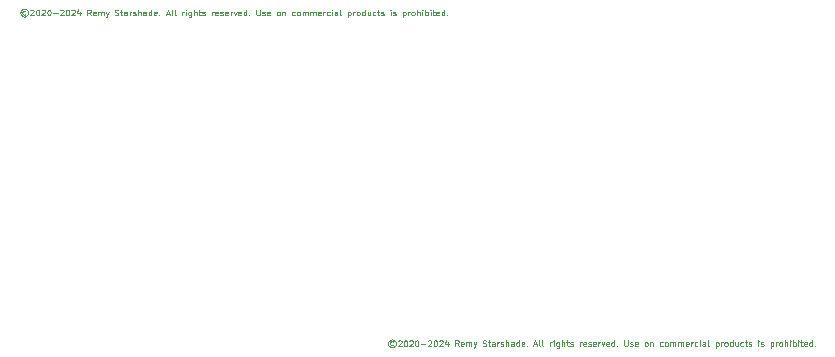
<source format=gbr>
G04 #@! TF.GenerationSoftware,KiCad,Pcbnew,8.0.2*
G04 #@! TF.CreationDate,2024-05-08T12:07:27-04:00*
G04 #@! TF.ProjectId,SMS-to-GG,534d532d-746f-42d4-9747-2e6b69636164,4*
G04 #@! TF.SameCoordinates,Original*
G04 #@! TF.FileFunction,Other,User*
%FSLAX46Y46*%
G04 Gerber Fmt 4.6, Leading zero omitted, Abs format (unit mm)*
G04 Created by KiCad (PCBNEW 8.0.2) date 2024-05-08 12:07:27*
%MOMM*%
%LPD*%
G01*
G04 APERTURE LIST*
%ADD10C,0.062500*%
G04 APERTURE END LIST*
D10*
X164065244Y-126617107D02*
X164017625Y-126593297D01*
X164017625Y-126593297D02*
X163922387Y-126593297D01*
X163922387Y-126593297D02*
X163874768Y-126617107D01*
X163874768Y-126617107D02*
X163827149Y-126664726D01*
X163827149Y-126664726D02*
X163803339Y-126712345D01*
X163803339Y-126712345D02*
X163803339Y-126807583D01*
X163803339Y-126807583D02*
X163827149Y-126855202D01*
X163827149Y-126855202D02*
X163874768Y-126902821D01*
X163874768Y-126902821D02*
X163922387Y-126926630D01*
X163922387Y-126926630D02*
X164017625Y-126926630D01*
X164017625Y-126926630D02*
X164065244Y-126902821D01*
X163970006Y-126426630D02*
X163850958Y-126450440D01*
X163850958Y-126450440D02*
X163731911Y-126521869D01*
X163731911Y-126521869D02*
X163660482Y-126640916D01*
X163660482Y-126640916D02*
X163636673Y-126759964D01*
X163636673Y-126759964D02*
X163660482Y-126879011D01*
X163660482Y-126879011D02*
X163731911Y-126998059D01*
X163731911Y-126998059D02*
X163850958Y-127069488D01*
X163850958Y-127069488D02*
X163970006Y-127093297D01*
X163970006Y-127093297D02*
X164089054Y-127069488D01*
X164089054Y-127069488D02*
X164208101Y-126998059D01*
X164208101Y-126998059D02*
X164279530Y-126879011D01*
X164279530Y-126879011D02*
X164303339Y-126759964D01*
X164303339Y-126759964D02*
X164279530Y-126640916D01*
X164279530Y-126640916D02*
X164208101Y-126521869D01*
X164208101Y-126521869D02*
X164089054Y-126450440D01*
X164089054Y-126450440D02*
X163970006Y-126426630D01*
X164493816Y-126545678D02*
X164517625Y-126521869D01*
X164517625Y-126521869D02*
X164565244Y-126498059D01*
X164565244Y-126498059D02*
X164684292Y-126498059D01*
X164684292Y-126498059D02*
X164731911Y-126521869D01*
X164731911Y-126521869D02*
X164755720Y-126545678D01*
X164755720Y-126545678D02*
X164779530Y-126593297D01*
X164779530Y-126593297D02*
X164779530Y-126640916D01*
X164779530Y-126640916D02*
X164755720Y-126712345D01*
X164755720Y-126712345D02*
X164470006Y-126998059D01*
X164470006Y-126998059D02*
X164779530Y-126998059D01*
X165089053Y-126498059D02*
X165136672Y-126498059D01*
X165136672Y-126498059D02*
X165184291Y-126521869D01*
X165184291Y-126521869D02*
X165208101Y-126545678D01*
X165208101Y-126545678D02*
X165231910Y-126593297D01*
X165231910Y-126593297D02*
X165255720Y-126688535D01*
X165255720Y-126688535D02*
X165255720Y-126807583D01*
X165255720Y-126807583D02*
X165231910Y-126902821D01*
X165231910Y-126902821D02*
X165208101Y-126950440D01*
X165208101Y-126950440D02*
X165184291Y-126974250D01*
X165184291Y-126974250D02*
X165136672Y-126998059D01*
X165136672Y-126998059D02*
X165089053Y-126998059D01*
X165089053Y-126998059D02*
X165041434Y-126974250D01*
X165041434Y-126974250D02*
X165017625Y-126950440D01*
X165017625Y-126950440D02*
X164993815Y-126902821D01*
X164993815Y-126902821D02*
X164970006Y-126807583D01*
X164970006Y-126807583D02*
X164970006Y-126688535D01*
X164970006Y-126688535D02*
X164993815Y-126593297D01*
X164993815Y-126593297D02*
X165017625Y-126545678D01*
X165017625Y-126545678D02*
X165041434Y-126521869D01*
X165041434Y-126521869D02*
X165089053Y-126498059D01*
X165446196Y-126545678D02*
X165470005Y-126521869D01*
X165470005Y-126521869D02*
X165517624Y-126498059D01*
X165517624Y-126498059D02*
X165636672Y-126498059D01*
X165636672Y-126498059D02*
X165684291Y-126521869D01*
X165684291Y-126521869D02*
X165708100Y-126545678D01*
X165708100Y-126545678D02*
X165731910Y-126593297D01*
X165731910Y-126593297D02*
X165731910Y-126640916D01*
X165731910Y-126640916D02*
X165708100Y-126712345D01*
X165708100Y-126712345D02*
X165422386Y-126998059D01*
X165422386Y-126998059D02*
X165731910Y-126998059D01*
X166041433Y-126498059D02*
X166089052Y-126498059D01*
X166089052Y-126498059D02*
X166136671Y-126521869D01*
X166136671Y-126521869D02*
X166160481Y-126545678D01*
X166160481Y-126545678D02*
X166184290Y-126593297D01*
X166184290Y-126593297D02*
X166208100Y-126688535D01*
X166208100Y-126688535D02*
X166208100Y-126807583D01*
X166208100Y-126807583D02*
X166184290Y-126902821D01*
X166184290Y-126902821D02*
X166160481Y-126950440D01*
X166160481Y-126950440D02*
X166136671Y-126974250D01*
X166136671Y-126974250D02*
X166089052Y-126998059D01*
X166089052Y-126998059D02*
X166041433Y-126998059D01*
X166041433Y-126998059D02*
X165993814Y-126974250D01*
X165993814Y-126974250D02*
X165970005Y-126950440D01*
X165970005Y-126950440D02*
X165946195Y-126902821D01*
X165946195Y-126902821D02*
X165922386Y-126807583D01*
X165922386Y-126807583D02*
X165922386Y-126688535D01*
X165922386Y-126688535D02*
X165946195Y-126593297D01*
X165946195Y-126593297D02*
X165970005Y-126545678D01*
X165970005Y-126545678D02*
X165993814Y-126521869D01*
X165993814Y-126521869D02*
X166041433Y-126498059D01*
X166422385Y-126807583D02*
X166803338Y-126807583D01*
X167017624Y-126545678D02*
X167041433Y-126521869D01*
X167041433Y-126521869D02*
X167089052Y-126498059D01*
X167089052Y-126498059D02*
X167208100Y-126498059D01*
X167208100Y-126498059D02*
X167255719Y-126521869D01*
X167255719Y-126521869D02*
X167279528Y-126545678D01*
X167279528Y-126545678D02*
X167303338Y-126593297D01*
X167303338Y-126593297D02*
X167303338Y-126640916D01*
X167303338Y-126640916D02*
X167279528Y-126712345D01*
X167279528Y-126712345D02*
X166993814Y-126998059D01*
X166993814Y-126998059D02*
X167303338Y-126998059D01*
X167612861Y-126498059D02*
X167660480Y-126498059D01*
X167660480Y-126498059D02*
X167708099Y-126521869D01*
X167708099Y-126521869D02*
X167731909Y-126545678D01*
X167731909Y-126545678D02*
X167755718Y-126593297D01*
X167755718Y-126593297D02*
X167779528Y-126688535D01*
X167779528Y-126688535D02*
X167779528Y-126807583D01*
X167779528Y-126807583D02*
X167755718Y-126902821D01*
X167755718Y-126902821D02*
X167731909Y-126950440D01*
X167731909Y-126950440D02*
X167708099Y-126974250D01*
X167708099Y-126974250D02*
X167660480Y-126998059D01*
X167660480Y-126998059D02*
X167612861Y-126998059D01*
X167612861Y-126998059D02*
X167565242Y-126974250D01*
X167565242Y-126974250D02*
X167541433Y-126950440D01*
X167541433Y-126950440D02*
X167517623Y-126902821D01*
X167517623Y-126902821D02*
X167493814Y-126807583D01*
X167493814Y-126807583D02*
X167493814Y-126688535D01*
X167493814Y-126688535D02*
X167517623Y-126593297D01*
X167517623Y-126593297D02*
X167541433Y-126545678D01*
X167541433Y-126545678D02*
X167565242Y-126521869D01*
X167565242Y-126521869D02*
X167612861Y-126498059D01*
X167970004Y-126545678D02*
X167993813Y-126521869D01*
X167993813Y-126521869D02*
X168041432Y-126498059D01*
X168041432Y-126498059D02*
X168160480Y-126498059D01*
X168160480Y-126498059D02*
X168208099Y-126521869D01*
X168208099Y-126521869D02*
X168231908Y-126545678D01*
X168231908Y-126545678D02*
X168255718Y-126593297D01*
X168255718Y-126593297D02*
X168255718Y-126640916D01*
X168255718Y-126640916D02*
X168231908Y-126712345D01*
X168231908Y-126712345D02*
X167946194Y-126998059D01*
X167946194Y-126998059D02*
X168255718Y-126998059D01*
X168684289Y-126664726D02*
X168684289Y-126998059D01*
X168565241Y-126474250D02*
X168446194Y-126831392D01*
X168446194Y-126831392D02*
X168755717Y-126831392D01*
X169612859Y-126998059D02*
X169446193Y-126759964D01*
X169327145Y-126998059D02*
X169327145Y-126498059D01*
X169327145Y-126498059D02*
X169517621Y-126498059D01*
X169517621Y-126498059D02*
X169565240Y-126521869D01*
X169565240Y-126521869D02*
X169589050Y-126545678D01*
X169589050Y-126545678D02*
X169612859Y-126593297D01*
X169612859Y-126593297D02*
X169612859Y-126664726D01*
X169612859Y-126664726D02*
X169589050Y-126712345D01*
X169589050Y-126712345D02*
X169565240Y-126736154D01*
X169565240Y-126736154D02*
X169517621Y-126759964D01*
X169517621Y-126759964D02*
X169327145Y-126759964D01*
X170017621Y-126974250D02*
X169970002Y-126998059D01*
X169970002Y-126998059D02*
X169874764Y-126998059D01*
X169874764Y-126998059D02*
X169827145Y-126974250D01*
X169827145Y-126974250D02*
X169803336Y-126926630D01*
X169803336Y-126926630D02*
X169803336Y-126736154D01*
X169803336Y-126736154D02*
X169827145Y-126688535D01*
X169827145Y-126688535D02*
X169874764Y-126664726D01*
X169874764Y-126664726D02*
X169970002Y-126664726D01*
X169970002Y-126664726D02*
X170017621Y-126688535D01*
X170017621Y-126688535D02*
X170041431Y-126736154D01*
X170041431Y-126736154D02*
X170041431Y-126783773D01*
X170041431Y-126783773D02*
X169803336Y-126831392D01*
X170255716Y-126998059D02*
X170255716Y-126664726D01*
X170255716Y-126712345D02*
X170279526Y-126688535D01*
X170279526Y-126688535D02*
X170327145Y-126664726D01*
X170327145Y-126664726D02*
X170398573Y-126664726D01*
X170398573Y-126664726D02*
X170446192Y-126688535D01*
X170446192Y-126688535D02*
X170470002Y-126736154D01*
X170470002Y-126736154D02*
X170470002Y-126998059D01*
X170470002Y-126736154D02*
X170493811Y-126688535D01*
X170493811Y-126688535D02*
X170541430Y-126664726D01*
X170541430Y-126664726D02*
X170612859Y-126664726D01*
X170612859Y-126664726D02*
X170660478Y-126688535D01*
X170660478Y-126688535D02*
X170684288Y-126736154D01*
X170684288Y-126736154D02*
X170684288Y-126998059D01*
X170874764Y-126664726D02*
X170993812Y-126998059D01*
X171112859Y-126664726D02*
X170993812Y-126998059D01*
X170993812Y-126998059D02*
X170946193Y-127117107D01*
X170946193Y-127117107D02*
X170922383Y-127140916D01*
X170922383Y-127140916D02*
X170874764Y-127164726D01*
X171660478Y-126974250D02*
X171731906Y-126998059D01*
X171731906Y-126998059D02*
X171850954Y-126998059D01*
X171850954Y-126998059D02*
X171898573Y-126974250D01*
X171898573Y-126974250D02*
X171922382Y-126950440D01*
X171922382Y-126950440D02*
X171946192Y-126902821D01*
X171946192Y-126902821D02*
X171946192Y-126855202D01*
X171946192Y-126855202D02*
X171922382Y-126807583D01*
X171922382Y-126807583D02*
X171898573Y-126783773D01*
X171898573Y-126783773D02*
X171850954Y-126759964D01*
X171850954Y-126759964D02*
X171755716Y-126736154D01*
X171755716Y-126736154D02*
X171708097Y-126712345D01*
X171708097Y-126712345D02*
X171684287Y-126688535D01*
X171684287Y-126688535D02*
X171660478Y-126640916D01*
X171660478Y-126640916D02*
X171660478Y-126593297D01*
X171660478Y-126593297D02*
X171684287Y-126545678D01*
X171684287Y-126545678D02*
X171708097Y-126521869D01*
X171708097Y-126521869D02*
X171755716Y-126498059D01*
X171755716Y-126498059D02*
X171874763Y-126498059D01*
X171874763Y-126498059D02*
X171946192Y-126521869D01*
X172089049Y-126664726D02*
X172279525Y-126664726D01*
X172160477Y-126498059D02*
X172160477Y-126926630D01*
X172160477Y-126926630D02*
X172184287Y-126974250D01*
X172184287Y-126974250D02*
X172231906Y-126998059D01*
X172231906Y-126998059D02*
X172279525Y-126998059D01*
X172660477Y-126998059D02*
X172660477Y-126736154D01*
X172660477Y-126736154D02*
X172636667Y-126688535D01*
X172636667Y-126688535D02*
X172589048Y-126664726D01*
X172589048Y-126664726D02*
X172493810Y-126664726D01*
X172493810Y-126664726D02*
X172446191Y-126688535D01*
X172660477Y-126974250D02*
X172612858Y-126998059D01*
X172612858Y-126998059D02*
X172493810Y-126998059D01*
X172493810Y-126998059D02*
X172446191Y-126974250D01*
X172446191Y-126974250D02*
X172422382Y-126926630D01*
X172422382Y-126926630D02*
X172422382Y-126879011D01*
X172422382Y-126879011D02*
X172446191Y-126831392D01*
X172446191Y-126831392D02*
X172493810Y-126807583D01*
X172493810Y-126807583D02*
X172612858Y-126807583D01*
X172612858Y-126807583D02*
X172660477Y-126783773D01*
X172898572Y-126998059D02*
X172898572Y-126664726D01*
X172898572Y-126759964D02*
X172922382Y-126712345D01*
X172922382Y-126712345D02*
X172946191Y-126688535D01*
X172946191Y-126688535D02*
X172993810Y-126664726D01*
X172993810Y-126664726D02*
X173041429Y-126664726D01*
X173184287Y-126974250D02*
X173231906Y-126998059D01*
X173231906Y-126998059D02*
X173327144Y-126998059D01*
X173327144Y-126998059D02*
X173374763Y-126974250D01*
X173374763Y-126974250D02*
X173398572Y-126926630D01*
X173398572Y-126926630D02*
X173398572Y-126902821D01*
X173398572Y-126902821D02*
X173374763Y-126855202D01*
X173374763Y-126855202D02*
X173327144Y-126831392D01*
X173327144Y-126831392D02*
X173255715Y-126831392D01*
X173255715Y-126831392D02*
X173208096Y-126807583D01*
X173208096Y-126807583D02*
X173184287Y-126759964D01*
X173184287Y-126759964D02*
X173184287Y-126736154D01*
X173184287Y-126736154D02*
X173208096Y-126688535D01*
X173208096Y-126688535D02*
X173255715Y-126664726D01*
X173255715Y-126664726D02*
X173327144Y-126664726D01*
X173327144Y-126664726D02*
X173374763Y-126688535D01*
X173612858Y-126998059D02*
X173612858Y-126498059D01*
X173827144Y-126998059D02*
X173827144Y-126736154D01*
X173827144Y-126736154D02*
X173803334Y-126688535D01*
X173803334Y-126688535D02*
X173755715Y-126664726D01*
X173755715Y-126664726D02*
X173684287Y-126664726D01*
X173684287Y-126664726D02*
X173636668Y-126688535D01*
X173636668Y-126688535D02*
X173612858Y-126712345D01*
X174279525Y-126998059D02*
X174279525Y-126736154D01*
X174279525Y-126736154D02*
X174255715Y-126688535D01*
X174255715Y-126688535D02*
X174208096Y-126664726D01*
X174208096Y-126664726D02*
X174112858Y-126664726D01*
X174112858Y-126664726D02*
X174065239Y-126688535D01*
X174279525Y-126974250D02*
X174231906Y-126998059D01*
X174231906Y-126998059D02*
X174112858Y-126998059D01*
X174112858Y-126998059D02*
X174065239Y-126974250D01*
X174065239Y-126974250D02*
X174041430Y-126926630D01*
X174041430Y-126926630D02*
X174041430Y-126879011D01*
X174041430Y-126879011D02*
X174065239Y-126831392D01*
X174065239Y-126831392D02*
X174112858Y-126807583D01*
X174112858Y-126807583D02*
X174231906Y-126807583D01*
X174231906Y-126807583D02*
X174279525Y-126783773D01*
X174731906Y-126998059D02*
X174731906Y-126498059D01*
X174731906Y-126974250D02*
X174684287Y-126998059D01*
X174684287Y-126998059D02*
X174589049Y-126998059D01*
X174589049Y-126998059D02*
X174541430Y-126974250D01*
X174541430Y-126974250D02*
X174517620Y-126950440D01*
X174517620Y-126950440D02*
X174493811Y-126902821D01*
X174493811Y-126902821D02*
X174493811Y-126759964D01*
X174493811Y-126759964D02*
X174517620Y-126712345D01*
X174517620Y-126712345D02*
X174541430Y-126688535D01*
X174541430Y-126688535D02*
X174589049Y-126664726D01*
X174589049Y-126664726D02*
X174684287Y-126664726D01*
X174684287Y-126664726D02*
X174731906Y-126688535D01*
X175160477Y-126974250D02*
X175112858Y-126998059D01*
X175112858Y-126998059D02*
X175017620Y-126998059D01*
X175017620Y-126998059D02*
X174970001Y-126974250D01*
X174970001Y-126974250D02*
X174946192Y-126926630D01*
X174946192Y-126926630D02*
X174946192Y-126736154D01*
X174946192Y-126736154D02*
X174970001Y-126688535D01*
X174970001Y-126688535D02*
X175017620Y-126664726D01*
X175017620Y-126664726D02*
X175112858Y-126664726D01*
X175112858Y-126664726D02*
X175160477Y-126688535D01*
X175160477Y-126688535D02*
X175184287Y-126736154D01*
X175184287Y-126736154D02*
X175184287Y-126783773D01*
X175184287Y-126783773D02*
X174946192Y-126831392D01*
X175398572Y-126950440D02*
X175422382Y-126974250D01*
X175422382Y-126974250D02*
X175398572Y-126998059D01*
X175398572Y-126998059D02*
X175374763Y-126974250D01*
X175374763Y-126974250D02*
X175398572Y-126950440D01*
X175398572Y-126950440D02*
X175398572Y-126998059D01*
X175993810Y-126855202D02*
X176231905Y-126855202D01*
X175946191Y-126998059D02*
X176112857Y-126498059D01*
X176112857Y-126498059D02*
X176279524Y-126998059D01*
X176517619Y-126998059D02*
X176470000Y-126974250D01*
X176470000Y-126974250D02*
X176446190Y-126926630D01*
X176446190Y-126926630D02*
X176446190Y-126498059D01*
X176779524Y-126998059D02*
X176731905Y-126974250D01*
X176731905Y-126974250D02*
X176708095Y-126926630D01*
X176708095Y-126926630D02*
X176708095Y-126498059D01*
X177350952Y-126998059D02*
X177350952Y-126664726D01*
X177350952Y-126759964D02*
X177374762Y-126712345D01*
X177374762Y-126712345D02*
X177398571Y-126688535D01*
X177398571Y-126688535D02*
X177446190Y-126664726D01*
X177446190Y-126664726D02*
X177493809Y-126664726D01*
X177660476Y-126998059D02*
X177660476Y-126664726D01*
X177660476Y-126498059D02*
X177636667Y-126521869D01*
X177636667Y-126521869D02*
X177660476Y-126545678D01*
X177660476Y-126545678D02*
X177684286Y-126521869D01*
X177684286Y-126521869D02*
X177660476Y-126498059D01*
X177660476Y-126498059D02*
X177660476Y-126545678D01*
X178112857Y-126664726D02*
X178112857Y-127069488D01*
X178112857Y-127069488D02*
X178089047Y-127117107D01*
X178089047Y-127117107D02*
X178065238Y-127140916D01*
X178065238Y-127140916D02*
X178017619Y-127164726D01*
X178017619Y-127164726D02*
X177946190Y-127164726D01*
X177946190Y-127164726D02*
X177898571Y-127140916D01*
X178112857Y-126974250D02*
X178065238Y-126998059D01*
X178065238Y-126998059D02*
X177970000Y-126998059D01*
X177970000Y-126998059D02*
X177922381Y-126974250D01*
X177922381Y-126974250D02*
X177898571Y-126950440D01*
X177898571Y-126950440D02*
X177874762Y-126902821D01*
X177874762Y-126902821D02*
X177874762Y-126759964D01*
X177874762Y-126759964D02*
X177898571Y-126712345D01*
X177898571Y-126712345D02*
X177922381Y-126688535D01*
X177922381Y-126688535D02*
X177970000Y-126664726D01*
X177970000Y-126664726D02*
X178065238Y-126664726D01*
X178065238Y-126664726D02*
X178112857Y-126688535D01*
X178350952Y-126998059D02*
X178350952Y-126498059D01*
X178565238Y-126998059D02*
X178565238Y-126736154D01*
X178565238Y-126736154D02*
X178541428Y-126688535D01*
X178541428Y-126688535D02*
X178493809Y-126664726D01*
X178493809Y-126664726D02*
X178422381Y-126664726D01*
X178422381Y-126664726D02*
X178374762Y-126688535D01*
X178374762Y-126688535D02*
X178350952Y-126712345D01*
X178731905Y-126664726D02*
X178922381Y-126664726D01*
X178803333Y-126498059D02*
X178803333Y-126926630D01*
X178803333Y-126926630D02*
X178827143Y-126974250D01*
X178827143Y-126974250D02*
X178874762Y-126998059D01*
X178874762Y-126998059D02*
X178922381Y-126998059D01*
X179065238Y-126974250D02*
X179112857Y-126998059D01*
X179112857Y-126998059D02*
X179208095Y-126998059D01*
X179208095Y-126998059D02*
X179255714Y-126974250D01*
X179255714Y-126974250D02*
X179279523Y-126926630D01*
X179279523Y-126926630D02*
X179279523Y-126902821D01*
X179279523Y-126902821D02*
X179255714Y-126855202D01*
X179255714Y-126855202D02*
X179208095Y-126831392D01*
X179208095Y-126831392D02*
X179136666Y-126831392D01*
X179136666Y-126831392D02*
X179089047Y-126807583D01*
X179089047Y-126807583D02*
X179065238Y-126759964D01*
X179065238Y-126759964D02*
X179065238Y-126736154D01*
X179065238Y-126736154D02*
X179089047Y-126688535D01*
X179089047Y-126688535D02*
X179136666Y-126664726D01*
X179136666Y-126664726D02*
X179208095Y-126664726D01*
X179208095Y-126664726D02*
X179255714Y-126688535D01*
X179874761Y-126998059D02*
X179874761Y-126664726D01*
X179874761Y-126759964D02*
X179898571Y-126712345D01*
X179898571Y-126712345D02*
X179922380Y-126688535D01*
X179922380Y-126688535D02*
X179969999Y-126664726D01*
X179969999Y-126664726D02*
X180017618Y-126664726D01*
X180374761Y-126974250D02*
X180327142Y-126998059D01*
X180327142Y-126998059D02*
X180231904Y-126998059D01*
X180231904Y-126998059D02*
X180184285Y-126974250D01*
X180184285Y-126974250D02*
X180160476Y-126926630D01*
X180160476Y-126926630D02*
X180160476Y-126736154D01*
X180160476Y-126736154D02*
X180184285Y-126688535D01*
X180184285Y-126688535D02*
X180231904Y-126664726D01*
X180231904Y-126664726D02*
X180327142Y-126664726D01*
X180327142Y-126664726D02*
X180374761Y-126688535D01*
X180374761Y-126688535D02*
X180398571Y-126736154D01*
X180398571Y-126736154D02*
X180398571Y-126783773D01*
X180398571Y-126783773D02*
X180160476Y-126831392D01*
X180589047Y-126974250D02*
X180636666Y-126998059D01*
X180636666Y-126998059D02*
X180731904Y-126998059D01*
X180731904Y-126998059D02*
X180779523Y-126974250D01*
X180779523Y-126974250D02*
X180803332Y-126926630D01*
X180803332Y-126926630D02*
X180803332Y-126902821D01*
X180803332Y-126902821D02*
X180779523Y-126855202D01*
X180779523Y-126855202D02*
X180731904Y-126831392D01*
X180731904Y-126831392D02*
X180660475Y-126831392D01*
X180660475Y-126831392D02*
X180612856Y-126807583D01*
X180612856Y-126807583D02*
X180589047Y-126759964D01*
X180589047Y-126759964D02*
X180589047Y-126736154D01*
X180589047Y-126736154D02*
X180612856Y-126688535D01*
X180612856Y-126688535D02*
X180660475Y-126664726D01*
X180660475Y-126664726D02*
X180731904Y-126664726D01*
X180731904Y-126664726D02*
X180779523Y-126688535D01*
X181208094Y-126974250D02*
X181160475Y-126998059D01*
X181160475Y-126998059D02*
X181065237Y-126998059D01*
X181065237Y-126998059D02*
X181017618Y-126974250D01*
X181017618Y-126974250D02*
X180993809Y-126926630D01*
X180993809Y-126926630D02*
X180993809Y-126736154D01*
X180993809Y-126736154D02*
X181017618Y-126688535D01*
X181017618Y-126688535D02*
X181065237Y-126664726D01*
X181065237Y-126664726D02*
X181160475Y-126664726D01*
X181160475Y-126664726D02*
X181208094Y-126688535D01*
X181208094Y-126688535D02*
X181231904Y-126736154D01*
X181231904Y-126736154D02*
X181231904Y-126783773D01*
X181231904Y-126783773D02*
X180993809Y-126831392D01*
X181446189Y-126998059D02*
X181446189Y-126664726D01*
X181446189Y-126759964D02*
X181469999Y-126712345D01*
X181469999Y-126712345D02*
X181493808Y-126688535D01*
X181493808Y-126688535D02*
X181541427Y-126664726D01*
X181541427Y-126664726D02*
X181589046Y-126664726D01*
X181708094Y-126664726D02*
X181827142Y-126998059D01*
X181827142Y-126998059D02*
X181946189Y-126664726D01*
X182327141Y-126974250D02*
X182279522Y-126998059D01*
X182279522Y-126998059D02*
X182184284Y-126998059D01*
X182184284Y-126998059D02*
X182136665Y-126974250D01*
X182136665Y-126974250D02*
X182112856Y-126926630D01*
X182112856Y-126926630D02*
X182112856Y-126736154D01*
X182112856Y-126736154D02*
X182136665Y-126688535D01*
X182136665Y-126688535D02*
X182184284Y-126664726D01*
X182184284Y-126664726D02*
X182279522Y-126664726D01*
X182279522Y-126664726D02*
X182327141Y-126688535D01*
X182327141Y-126688535D02*
X182350951Y-126736154D01*
X182350951Y-126736154D02*
X182350951Y-126783773D01*
X182350951Y-126783773D02*
X182112856Y-126831392D01*
X182779522Y-126998059D02*
X182779522Y-126498059D01*
X182779522Y-126974250D02*
X182731903Y-126998059D01*
X182731903Y-126998059D02*
X182636665Y-126998059D01*
X182636665Y-126998059D02*
X182589046Y-126974250D01*
X182589046Y-126974250D02*
X182565236Y-126950440D01*
X182565236Y-126950440D02*
X182541427Y-126902821D01*
X182541427Y-126902821D02*
X182541427Y-126759964D01*
X182541427Y-126759964D02*
X182565236Y-126712345D01*
X182565236Y-126712345D02*
X182589046Y-126688535D01*
X182589046Y-126688535D02*
X182636665Y-126664726D01*
X182636665Y-126664726D02*
X182731903Y-126664726D01*
X182731903Y-126664726D02*
X182779522Y-126688535D01*
X183017617Y-126950440D02*
X183041427Y-126974250D01*
X183041427Y-126974250D02*
X183017617Y-126998059D01*
X183017617Y-126998059D02*
X182993808Y-126974250D01*
X182993808Y-126974250D02*
X183017617Y-126950440D01*
X183017617Y-126950440D02*
X183017617Y-126998059D01*
X183636664Y-126498059D02*
X183636664Y-126902821D01*
X183636664Y-126902821D02*
X183660474Y-126950440D01*
X183660474Y-126950440D02*
X183684283Y-126974250D01*
X183684283Y-126974250D02*
X183731902Y-126998059D01*
X183731902Y-126998059D02*
X183827140Y-126998059D01*
X183827140Y-126998059D02*
X183874759Y-126974250D01*
X183874759Y-126974250D02*
X183898569Y-126950440D01*
X183898569Y-126950440D02*
X183922378Y-126902821D01*
X183922378Y-126902821D02*
X183922378Y-126498059D01*
X184136665Y-126974250D02*
X184184284Y-126998059D01*
X184184284Y-126998059D02*
X184279522Y-126998059D01*
X184279522Y-126998059D02*
X184327141Y-126974250D01*
X184327141Y-126974250D02*
X184350950Y-126926630D01*
X184350950Y-126926630D02*
X184350950Y-126902821D01*
X184350950Y-126902821D02*
X184327141Y-126855202D01*
X184327141Y-126855202D02*
X184279522Y-126831392D01*
X184279522Y-126831392D02*
X184208093Y-126831392D01*
X184208093Y-126831392D02*
X184160474Y-126807583D01*
X184160474Y-126807583D02*
X184136665Y-126759964D01*
X184136665Y-126759964D02*
X184136665Y-126736154D01*
X184136665Y-126736154D02*
X184160474Y-126688535D01*
X184160474Y-126688535D02*
X184208093Y-126664726D01*
X184208093Y-126664726D02*
X184279522Y-126664726D01*
X184279522Y-126664726D02*
X184327141Y-126688535D01*
X184755712Y-126974250D02*
X184708093Y-126998059D01*
X184708093Y-126998059D02*
X184612855Y-126998059D01*
X184612855Y-126998059D02*
X184565236Y-126974250D01*
X184565236Y-126974250D02*
X184541427Y-126926630D01*
X184541427Y-126926630D02*
X184541427Y-126736154D01*
X184541427Y-126736154D02*
X184565236Y-126688535D01*
X184565236Y-126688535D02*
X184612855Y-126664726D01*
X184612855Y-126664726D02*
X184708093Y-126664726D01*
X184708093Y-126664726D02*
X184755712Y-126688535D01*
X184755712Y-126688535D02*
X184779522Y-126736154D01*
X184779522Y-126736154D02*
X184779522Y-126783773D01*
X184779522Y-126783773D02*
X184541427Y-126831392D01*
X185446188Y-126998059D02*
X185398569Y-126974250D01*
X185398569Y-126974250D02*
X185374759Y-126950440D01*
X185374759Y-126950440D02*
X185350950Y-126902821D01*
X185350950Y-126902821D02*
X185350950Y-126759964D01*
X185350950Y-126759964D02*
X185374759Y-126712345D01*
X185374759Y-126712345D02*
X185398569Y-126688535D01*
X185398569Y-126688535D02*
X185446188Y-126664726D01*
X185446188Y-126664726D02*
X185517616Y-126664726D01*
X185517616Y-126664726D02*
X185565235Y-126688535D01*
X185565235Y-126688535D02*
X185589045Y-126712345D01*
X185589045Y-126712345D02*
X185612854Y-126759964D01*
X185612854Y-126759964D02*
X185612854Y-126902821D01*
X185612854Y-126902821D02*
X185589045Y-126950440D01*
X185589045Y-126950440D02*
X185565235Y-126974250D01*
X185565235Y-126974250D02*
X185517616Y-126998059D01*
X185517616Y-126998059D02*
X185446188Y-126998059D01*
X185827140Y-126664726D02*
X185827140Y-126998059D01*
X185827140Y-126712345D02*
X185850950Y-126688535D01*
X185850950Y-126688535D02*
X185898569Y-126664726D01*
X185898569Y-126664726D02*
X185969997Y-126664726D01*
X185969997Y-126664726D02*
X186017616Y-126688535D01*
X186017616Y-126688535D02*
X186041426Y-126736154D01*
X186041426Y-126736154D02*
X186041426Y-126998059D01*
X186874759Y-126974250D02*
X186827140Y-126998059D01*
X186827140Y-126998059D02*
X186731902Y-126998059D01*
X186731902Y-126998059D02*
X186684283Y-126974250D01*
X186684283Y-126974250D02*
X186660473Y-126950440D01*
X186660473Y-126950440D02*
X186636664Y-126902821D01*
X186636664Y-126902821D02*
X186636664Y-126759964D01*
X186636664Y-126759964D02*
X186660473Y-126712345D01*
X186660473Y-126712345D02*
X186684283Y-126688535D01*
X186684283Y-126688535D02*
X186731902Y-126664726D01*
X186731902Y-126664726D02*
X186827140Y-126664726D01*
X186827140Y-126664726D02*
X186874759Y-126688535D01*
X187160473Y-126998059D02*
X187112854Y-126974250D01*
X187112854Y-126974250D02*
X187089044Y-126950440D01*
X187089044Y-126950440D02*
X187065235Y-126902821D01*
X187065235Y-126902821D02*
X187065235Y-126759964D01*
X187065235Y-126759964D02*
X187089044Y-126712345D01*
X187089044Y-126712345D02*
X187112854Y-126688535D01*
X187112854Y-126688535D02*
X187160473Y-126664726D01*
X187160473Y-126664726D02*
X187231901Y-126664726D01*
X187231901Y-126664726D02*
X187279520Y-126688535D01*
X187279520Y-126688535D02*
X187303330Y-126712345D01*
X187303330Y-126712345D02*
X187327139Y-126759964D01*
X187327139Y-126759964D02*
X187327139Y-126902821D01*
X187327139Y-126902821D02*
X187303330Y-126950440D01*
X187303330Y-126950440D02*
X187279520Y-126974250D01*
X187279520Y-126974250D02*
X187231901Y-126998059D01*
X187231901Y-126998059D02*
X187160473Y-126998059D01*
X187541425Y-126998059D02*
X187541425Y-126664726D01*
X187541425Y-126712345D02*
X187565235Y-126688535D01*
X187565235Y-126688535D02*
X187612854Y-126664726D01*
X187612854Y-126664726D02*
X187684282Y-126664726D01*
X187684282Y-126664726D02*
X187731901Y-126688535D01*
X187731901Y-126688535D02*
X187755711Y-126736154D01*
X187755711Y-126736154D02*
X187755711Y-126998059D01*
X187755711Y-126736154D02*
X187779520Y-126688535D01*
X187779520Y-126688535D02*
X187827139Y-126664726D01*
X187827139Y-126664726D02*
X187898568Y-126664726D01*
X187898568Y-126664726D02*
X187946187Y-126688535D01*
X187946187Y-126688535D02*
X187969997Y-126736154D01*
X187969997Y-126736154D02*
X187969997Y-126998059D01*
X188208092Y-126998059D02*
X188208092Y-126664726D01*
X188208092Y-126712345D02*
X188231902Y-126688535D01*
X188231902Y-126688535D02*
X188279521Y-126664726D01*
X188279521Y-126664726D02*
X188350949Y-126664726D01*
X188350949Y-126664726D02*
X188398568Y-126688535D01*
X188398568Y-126688535D02*
X188422378Y-126736154D01*
X188422378Y-126736154D02*
X188422378Y-126998059D01*
X188422378Y-126736154D02*
X188446187Y-126688535D01*
X188446187Y-126688535D02*
X188493806Y-126664726D01*
X188493806Y-126664726D02*
X188565235Y-126664726D01*
X188565235Y-126664726D02*
X188612854Y-126688535D01*
X188612854Y-126688535D02*
X188636664Y-126736154D01*
X188636664Y-126736154D02*
X188636664Y-126998059D01*
X189065235Y-126974250D02*
X189017616Y-126998059D01*
X189017616Y-126998059D02*
X188922378Y-126998059D01*
X188922378Y-126998059D02*
X188874759Y-126974250D01*
X188874759Y-126974250D02*
X188850950Y-126926630D01*
X188850950Y-126926630D02*
X188850950Y-126736154D01*
X188850950Y-126736154D02*
X188874759Y-126688535D01*
X188874759Y-126688535D02*
X188922378Y-126664726D01*
X188922378Y-126664726D02*
X189017616Y-126664726D01*
X189017616Y-126664726D02*
X189065235Y-126688535D01*
X189065235Y-126688535D02*
X189089045Y-126736154D01*
X189089045Y-126736154D02*
X189089045Y-126783773D01*
X189089045Y-126783773D02*
X188850950Y-126831392D01*
X189303330Y-126998059D02*
X189303330Y-126664726D01*
X189303330Y-126759964D02*
X189327140Y-126712345D01*
X189327140Y-126712345D02*
X189350949Y-126688535D01*
X189350949Y-126688535D02*
X189398568Y-126664726D01*
X189398568Y-126664726D02*
X189446187Y-126664726D01*
X189827140Y-126974250D02*
X189779521Y-126998059D01*
X189779521Y-126998059D02*
X189684283Y-126998059D01*
X189684283Y-126998059D02*
X189636664Y-126974250D01*
X189636664Y-126974250D02*
X189612854Y-126950440D01*
X189612854Y-126950440D02*
X189589045Y-126902821D01*
X189589045Y-126902821D02*
X189589045Y-126759964D01*
X189589045Y-126759964D02*
X189612854Y-126712345D01*
X189612854Y-126712345D02*
X189636664Y-126688535D01*
X189636664Y-126688535D02*
X189684283Y-126664726D01*
X189684283Y-126664726D02*
X189779521Y-126664726D01*
X189779521Y-126664726D02*
X189827140Y-126688535D01*
X190041425Y-126998059D02*
X190041425Y-126664726D01*
X190041425Y-126498059D02*
X190017616Y-126521869D01*
X190017616Y-126521869D02*
X190041425Y-126545678D01*
X190041425Y-126545678D02*
X190065235Y-126521869D01*
X190065235Y-126521869D02*
X190041425Y-126498059D01*
X190041425Y-126498059D02*
X190041425Y-126545678D01*
X190493806Y-126998059D02*
X190493806Y-126736154D01*
X190493806Y-126736154D02*
X190469996Y-126688535D01*
X190469996Y-126688535D02*
X190422377Y-126664726D01*
X190422377Y-126664726D02*
X190327139Y-126664726D01*
X190327139Y-126664726D02*
X190279520Y-126688535D01*
X190493806Y-126974250D02*
X190446187Y-126998059D01*
X190446187Y-126998059D02*
X190327139Y-126998059D01*
X190327139Y-126998059D02*
X190279520Y-126974250D01*
X190279520Y-126974250D02*
X190255711Y-126926630D01*
X190255711Y-126926630D02*
X190255711Y-126879011D01*
X190255711Y-126879011D02*
X190279520Y-126831392D01*
X190279520Y-126831392D02*
X190327139Y-126807583D01*
X190327139Y-126807583D02*
X190446187Y-126807583D01*
X190446187Y-126807583D02*
X190493806Y-126783773D01*
X190803330Y-126998059D02*
X190755711Y-126974250D01*
X190755711Y-126974250D02*
X190731901Y-126926630D01*
X190731901Y-126926630D02*
X190731901Y-126498059D01*
X191374758Y-126664726D02*
X191374758Y-127164726D01*
X191374758Y-126688535D02*
X191422377Y-126664726D01*
X191422377Y-126664726D02*
X191517615Y-126664726D01*
X191517615Y-126664726D02*
X191565234Y-126688535D01*
X191565234Y-126688535D02*
X191589044Y-126712345D01*
X191589044Y-126712345D02*
X191612853Y-126759964D01*
X191612853Y-126759964D02*
X191612853Y-126902821D01*
X191612853Y-126902821D02*
X191589044Y-126950440D01*
X191589044Y-126950440D02*
X191565234Y-126974250D01*
X191565234Y-126974250D02*
X191517615Y-126998059D01*
X191517615Y-126998059D02*
X191422377Y-126998059D01*
X191422377Y-126998059D02*
X191374758Y-126974250D01*
X191827139Y-126998059D02*
X191827139Y-126664726D01*
X191827139Y-126759964D02*
X191850949Y-126712345D01*
X191850949Y-126712345D02*
X191874758Y-126688535D01*
X191874758Y-126688535D02*
X191922377Y-126664726D01*
X191922377Y-126664726D02*
X191969996Y-126664726D01*
X192208092Y-126998059D02*
X192160473Y-126974250D01*
X192160473Y-126974250D02*
X192136663Y-126950440D01*
X192136663Y-126950440D02*
X192112854Y-126902821D01*
X192112854Y-126902821D02*
X192112854Y-126759964D01*
X192112854Y-126759964D02*
X192136663Y-126712345D01*
X192136663Y-126712345D02*
X192160473Y-126688535D01*
X192160473Y-126688535D02*
X192208092Y-126664726D01*
X192208092Y-126664726D02*
X192279520Y-126664726D01*
X192279520Y-126664726D02*
X192327139Y-126688535D01*
X192327139Y-126688535D02*
X192350949Y-126712345D01*
X192350949Y-126712345D02*
X192374758Y-126759964D01*
X192374758Y-126759964D02*
X192374758Y-126902821D01*
X192374758Y-126902821D02*
X192350949Y-126950440D01*
X192350949Y-126950440D02*
X192327139Y-126974250D01*
X192327139Y-126974250D02*
X192279520Y-126998059D01*
X192279520Y-126998059D02*
X192208092Y-126998059D01*
X192803330Y-126998059D02*
X192803330Y-126498059D01*
X192803330Y-126974250D02*
X192755711Y-126998059D01*
X192755711Y-126998059D02*
X192660473Y-126998059D01*
X192660473Y-126998059D02*
X192612854Y-126974250D01*
X192612854Y-126974250D02*
X192589044Y-126950440D01*
X192589044Y-126950440D02*
X192565235Y-126902821D01*
X192565235Y-126902821D02*
X192565235Y-126759964D01*
X192565235Y-126759964D02*
X192589044Y-126712345D01*
X192589044Y-126712345D02*
X192612854Y-126688535D01*
X192612854Y-126688535D02*
X192660473Y-126664726D01*
X192660473Y-126664726D02*
X192755711Y-126664726D01*
X192755711Y-126664726D02*
X192803330Y-126688535D01*
X193255711Y-126664726D02*
X193255711Y-126998059D01*
X193041425Y-126664726D02*
X193041425Y-126926630D01*
X193041425Y-126926630D02*
X193065235Y-126974250D01*
X193065235Y-126974250D02*
X193112854Y-126998059D01*
X193112854Y-126998059D02*
X193184282Y-126998059D01*
X193184282Y-126998059D02*
X193231901Y-126974250D01*
X193231901Y-126974250D02*
X193255711Y-126950440D01*
X193708092Y-126974250D02*
X193660473Y-126998059D01*
X193660473Y-126998059D02*
X193565235Y-126998059D01*
X193565235Y-126998059D02*
X193517616Y-126974250D01*
X193517616Y-126974250D02*
X193493806Y-126950440D01*
X193493806Y-126950440D02*
X193469997Y-126902821D01*
X193469997Y-126902821D02*
X193469997Y-126759964D01*
X193469997Y-126759964D02*
X193493806Y-126712345D01*
X193493806Y-126712345D02*
X193517616Y-126688535D01*
X193517616Y-126688535D02*
X193565235Y-126664726D01*
X193565235Y-126664726D02*
X193660473Y-126664726D01*
X193660473Y-126664726D02*
X193708092Y-126688535D01*
X193850949Y-126664726D02*
X194041425Y-126664726D01*
X193922377Y-126498059D02*
X193922377Y-126926630D01*
X193922377Y-126926630D02*
X193946187Y-126974250D01*
X193946187Y-126974250D02*
X193993806Y-126998059D01*
X193993806Y-126998059D02*
X194041425Y-126998059D01*
X194184282Y-126974250D02*
X194231901Y-126998059D01*
X194231901Y-126998059D02*
X194327139Y-126998059D01*
X194327139Y-126998059D02*
X194374758Y-126974250D01*
X194374758Y-126974250D02*
X194398567Y-126926630D01*
X194398567Y-126926630D02*
X194398567Y-126902821D01*
X194398567Y-126902821D02*
X194374758Y-126855202D01*
X194374758Y-126855202D02*
X194327139Y-126831392D01*
X194327139Y-126831392D02*
X194255710Y-126831392D01*
X194255710Y-126831392D02*
X194208091Y-126807583D01*
X194208091Y-126807583D02*
X194184282Y-126759964D01*
X194184282Y-126759964D02*
X194184282Y-126736154D01*
X194184282Y-126736154D02*
X194208091Y-126688535D01*
X194208091Y-126688535D02*
X194255710Y-126664726D01*
X194255710Y-126664726D02*
X194327139Y-126664726D01*
X194327139Y-126664726D02*
X194374758Y-126688535D01*
X194993805Y-126998059D02*
X194993805Y-126664726D01*
X194993805Y-126498059D02*
X194969996Y-126521869D01*
X194969996Y-126521869D02*
X194993805Y-126545678D01*
X194993805Y-126545678D02*
X195017615Y-126521869D01*
X195017615Y-126521869D02*
X194993805Y-126498059D01*
X194993805Y-126498059D02*
X194993805Y-126545678D01*
X195208091Y-126974250D02*
X195255710Y-126998059D01*
X195255710Y-126998059D02*
X195350948Y-126998059D01*
X195350948Y-126998059D02*
X195398567Y-126974250D01*
X195398567Y-126974250D02*
X195422376Y-126926630D01*
X195422376Y-126926630D02*
X195422376Y-126902821D01*
X195422376Y-126902821D02*
X195398567Y-126855202D01*
X195398567Y-126855202D02*
X195350948Y-126831392D01*
X195350948Y-126831392D02*
X195279519Y-126831392D01*
X195279519Y-126831392D02*
X195231900Y-126807583D01*
X195231900Y-126807583D02*
X195208091Y-126759964D01*
X195208091Y-126759964D02*
X195208091Y-126736154D01*
X195208091Y-126736154D02*
X195231900Y-126688535D01*
X195231900Y-126688535D02*
X195279519Y-126664726D01*
X195279519Y-126664726D02*
X195350948Y-126664726D01*
X195350948Y-126664726D02*
X195398567Y-126688535D01*
X196017614Y-126664726D02*
X196017614Y-127164726D01*
X196017614Y-126688535D02*
X196065233Y-126664726D01*
X196065233Y-126664726D02*
X196160471Y-126664726D01*
X196160471Y-126664726D02*
X196208090Y-126688535D01*
X196208090Y-126688535D02*
X196231900Y-126712345D01*
X196231900Y-126712345D02*
X196255709Y-126759964D01*
X196255709Y-126759964D02*
X196255709Y-126902821D01*
X196255709Y-126902821D02*
X196231900Y-126950440D01*
X196231900Y-126950440D02*
X196208090Y-126974250D01*
X196208090Y-126974250D02*
X196160471Y-126998059D01*
X196160471Y-126998059D02*
X196065233Y-126998059D01*
X196065233Y-126998059D02*
X196017614Y-126974250D01*
X196469995Y-126998059D02*
X196469995Y-126664726D01*
X196469995Y-126759964D02*
X196493805Y-126712345D01*
X196493805Y-126712345D02*
X196517614Y-126688535D01*
X196517614Y-126688535D02*
X196565233Y-126664726D01*
X196565233Y-126664726D02*
X196612852Y-126664726D01*
X196850948Y-126998059D02*
X196803329Y-126974250D01*
X196803329Y-126974250D02*
X196779519Y-126950440D01*
X196779519Y-126950440D02*
X196755710Y-126902821D01*
X196755710Y-126902821D02*
X196755710Y-126759964D01*
X196755710Y-126759964D02*
X196779519Y-126712345D01*
X196779519Y-126712345D02*
X196803329Y-126688535D01*
X196803329Y-126688535D02*
X196850948Y-126664726D01*
X196850948Y-126664726D02*
X196922376Y-126664726D01*
X196922376Y-126664726D02*
X196969995Y-126688535D01*
X196969995Y-126688535D02*
X196993805Y-126712345D01*
X196993805Y-126712345D02*
X197017614Y-126759964D01*
X197017614Y-126759964D02*
X197017614Y-126902821D01*
X197017614Y-126902821D02*
X196993805Y-126950440D01*
X196993805Y-126950440D02*
X196969995Y-126974250D01*
X196969995Y-126974250D02*
X196922376Y-126998059D01*
X196922376Y-126998059D02*
X196850948Y-126998059D01*
X197231900Y-126998059D02*
X197231900Y-126498059D01*
X197446186Y-126998059D02*
X197446186Y-126736154D01*
X197446186Y-126736154D02*
X197422376Y-126688535D01*
X197422376Y-126688535D02*
X197374757Y-126664726D01*
X197374757Y-126664726D02*
X197303329Y-126664726D01*
X197303329Y-126664726D02*
X197255710Y-126688535D01*
X197255710Y-126688535D02*
X197231900Y-126712345D01*
X197684281Y-126998059D02*
X197684281Y-126664726D01*
X197684281Y-126498059D02*
X197660472Y-126521869D01*
X197660472Y-126521869D02*
X197684281Y-126545678D01*
X197684281Y-126545678D02*
X197708091Y-126521869D01*
X197708091Y-126521869D02*
X197684281Y-126498059D01*
X197684281Y-126498059D02*
X197684281Y-126545678D01*
X197922376Y-126998059D02*
X197922376Y-126498059D01*
X197922376Y-126688535D02*
X197969995Y-126664726D01*
X197969995Y-126664726D02*
X198065233Y-126664726D01*
X198065233Y-126664726D02*
X198112852Y-126688535D01*
X198112852Y-126688535D02*
X198136662Y-126712345D01*
X198136662Y-126712345D02*
X198160471Y-126759964D01*
X198160471Y-126759964D02*
X198160471Y-126902821D01*
X198160471Y-126902821D02*
X198136662Y-126950440D01*
X198136662Y-126950440D02*
X198112852Y-126974250D01*
X198112852Y-126974250D02*
X198065233Y-126998059D01*
X198065233Y-126998059D02*
X197969995Y-126998059D01*
X197969995Y-126998059D02*
X197922376Y-126974250D01*
X198374757Y-126998059D02*
X198374757Y-126664726D01*
X198374757Y-126498059D02*
X198350948Y-126521869D01*
X198350948Y-126521869D02*
X198374757Y-126545678D01*
X198374757Y-126545678D02*
X198398567Y-126521869D01*
X198398567Y-126521869D02*
X198374757Y-126498059D01*
X198374757Y-126498059D02*
X198374757Y-126545678D01*
X198541424Y-126664726D02*
X198731900Y-126664726D01*
X198612852Y-126498059D02*
X198612852Y-126926630D01*
X198612852Y-126926630D02*
X198636662Y-126974250D01*
X198636662Y-126974250D02*
X198684281Y-126998059D01*
X198684281Y-126998059D02*
X198731900Y-126998059D01*
X199089042Y-126974250D02*
X199041423Y-126998059D01*
X199041423Y-126998059D02*
X198946185Y-126998059D01*
X198946185Y-126998059D02*
X198898566Y-126974250D01*
X198898566Y-126974250D02*
X198874757Y-126926630D01*
X198874757Y-126926630D02*
X198874757Y-126736154D01*
X198874757Y-126736154D02*
X198898566Y-126688535D01*
X198898566Y-126688535D02*
X198946185Y-126664726D01*
X198946185Y-126664726D02*
X199041423Y-126664726D01*
X199041423Y-126664726D02*
X199089042Y-126688535D01*
X199089042Y-126688535D02*
X199112852Y-126736154D01*
X199112852Y-126736154D02*
X199112852Y-126783773D01*
X199112852Y-126783773D02*
X198874757Y-126831392D01*
X199541423Y-126998059D02*
X199541423Y-126498059D01*
X199541423Y-126974250D02*
X199493804Y-126998059D01*
X199493804Y-126998059D02*
X199398566Y-126998059D01*
X199398566Y-126998059D02*
X199350947Y-126974250D01*
X199350947Y-126974250D02*
X199327137Y-126950440D01*
X199327137Y-126950440D02*
X199303328Y-126902821D01*
X199303328Y-126902821D02*
X199303328Y-126759964D01*
X199303328Y-126759964D02*
X199327137Y-126712345D01*
X199327137Y-126712345D02*
X199350947Y-126688535D01*
X199350947Y-126688535D02*
X199398566Y-126664726D01*
X199398566Y-126664726D02*
X199493804Y-126664726D01*
X199493804Y-126664726D02*
X199541423Y-126688535D01*
X199779518Y-126950440D02*
X199803328Y-126974250D01*
X199803328Y-126974250D02*
X199779518Y-126998059D01*
X199779518Y-126998059D02*
X199755709Y-126974250D01*
X199755709Y-126974250D02*
X199779518Y-126950440D01*
X199779518Y-126950440D02*
X199779518Y-126998059D01*
X132922505Y-98617107D02*
X132874886Y-98593297D01*
X132874886Y-98593297D02*
X132779648Y-98593297D01*
X132779648Y-98593297D02*
X132732029Y-98617107D01*
X132732029Y-98617107D02*
X132684410Y-98664726D01*
X132684410Y-98664726D02*
X132660600Y-98712345D01*
X132660600Y-98712345D02*
X132660600Y-98807583D01*
X132660600Y-98807583D02*
X132684410Y-98855202D01*
X132684410Y-98855202D02*
X132732029Y-98902821D01*
X132732029Y-98902821D02*
X132779648Y-98926630D01*
X132779648Y-98926630D02*
X132874886Y-98926630D01*
X132874886Y-98926630D02*
X132922505Y-98902821D01*
X132827267Y-98426630D02*
X132708219Y-98450440D01*
X132708219Y-98450440D02*
X132589172Y-98521869D01*
X132589172Y-98521869D02*
X132517743Y-98640916D01*
X132517743Y-98640916D02*
X132493934Y-98759964D01*
X132493934Y-98759964D02*
X132517743Y-98879011D01*
X132517743Y-98879011D02*
X132589172Y-98998059D01*
X132589172Y-98998059D02*
X132708219Y-99069488D01*
X132708219Y-99069488D02*
X132827267Y-99093297D01*
X132827267Y-99093297D02*
X132946315Y-99069488D01*
X132946315Y-99069488D02*
X133065362Y-98998059D01*
X133065362Y-98998059D02*
X133136791Y-98879011D01*
X133136791Y-98879011D02*
X133160600Y-98759964D01*
X133160600Y-98759964D02*
X133136791Y-98640916D01*
X133136791Y-98640916D02*
X133065362Y-98521869D01*
X133065362Y-98521869D02*
X132946315Y-98450440D01*
X132946315Y-98450440D02*
X132827267Y-98426630D01*
X133351077Y-98545678D02*
X133374886Y-98521869D01*
X133374886Y-98521869D02*
X133422505Y-98498059D01*
X133422505Y-98498059D02*
X133541553Y-98498059D01*
X133541553Y-98498059D02*
X133589172Y-98521869D01*
X133589172Y-98521869D02*
X133612981Y-98545678D01*
X133612981Y-98545678D02*
X133636791Y-98593297D01*
X133636791Y-98593297D02*
X133636791Y-98640916D01*
X133636791Y-98640916D02*
X133612981Y-98712345D01*
X133612981Y-98712345D02*
X133327267Y-98998059D01*
X133327267Y-98998059D02*
X133636791Y-98998059D01*
X133946314Y-98498059D02*
X133993933Y-98498059D01*
X133993933Y-98498059D02*
X134041552Y-98521869D01*
X134041552Y-98521869D02*
X134065362Y-98545678D01*
X134065362Y-98545678D02*
X134089171Y-98593297D01*
X134089171Y-98593297D02*
X134112981Y-98688535D01*
X134112981Y-98688535D02*
X134112981Y-98807583D01*
X134112981Y-98807583D02*
X134089171Y-98902821D01*
X134089171Y-98902821D02*
X134065362Y-98950440D01*
X134065362Y-98950440D02*
X134041552Y-98974250D01*
X134041552Y-98974250D02*
X133993933Y-98998059D01*
X133993933Y-98998059D02*
X133946314Y-98998059D01*
X133946314Y-98998059D02*
X133898695Y-98974250D01*
X133898695Y-98974250D02*
X133874886Y-98950440D01*
X133874886Y-98950440D02*
X133851076Y-98902821D01*
X133851076Y-98902821D02*
X133827267Y-98807583D01*
X133827267Y-98807583D02*
X133827267Y-98688535D01*
X133827267Y-98688535D02*
X133851076Y-98593297D01*
X133851076Y-98593297D02*
X133874886Y-98545678D01*
X133874886Y-98545678D02*
X133898695Y-98521869D01*
X133898695Y-98521869D02*
X133946314Y-98498059D01*
X134303457Y-98545678D02*
X134327266Y-98521869D01*
X134327266Y-98521869D02*
X134374885Y-98498059D01*
X134374885Y-98498059D02*
X134493933Y-98498059D01*
X134493933Y-98498059D02*
X134541552Y-98521869D01*
X134541552Y-98521869D02*
X134565361Y-98545678D01*
X134565361Y-98545678D02*
X134589171Y-98593297D01*
X134589171Y-98593297D02*
X134589171Y-98640916D01*
X134589171Y-98640916D02*
X134565361Y-98712345D01*
X134565361Y-98712345D02*
X134279647Y-98998059D01*
X134279647Y-98998059D02*
X134589171Y-98998059D01*
X134898694Y-98498059D02*
X134946313Y-98498059D01*
X134946313Y-98498059D02*
X134993932Y-98521869D01*
X134993932Y-98521869D02*
X135017742Y-98545678D01*
X135017742Y-98545678D02*
X135041551Y-98593297D01*
X135041551Y-98593297D02*
X135065361Y-98688535D01*
X135065361Y-98688535D02*
X135065361Y-98807583D01*
X135065361Y-98807583D02*
X135041551Y-98902821D01*
X135041551Y-98902821D02*
X135017742Y-98950440D01*
X135017742Y-98950440D02*
X134993932Y-98974250D01*
X134993932Y-98974250D02*
X134946313Y-98998059D01*
X134946313Y-98998059D02*
X134898694Y-98998059D01*
X134898694Y-98998059D02*
X134851075Y-98974250D01*
X134851075Y-98974250D02*
X134827266Y-98950440D01*
X134827266Y-98950440D02*
X134803456Y-98902821D01*
X134803456Y-98902821D02*
X134779647Y-98807583D01*
X134779647Y-98807583D02*
X134779647Y-98688535D01*
X134779647Y-98688535D02*
X134803456Y-98593297D01*
X134803456Y-98593297D02*
X134827266Y-98545678D01*
X134827266Y-98545678D02*
X134851075Y-98521869D01*
X134851075Y-98521869D02*
X134898694Y-98498059D01*
X135279646Y-98807583D02*
X135660599Y-98807583D01*
X135874885Y-98545678D02*
X135898694Y-98521869D01*
X135898694Y-98521869D02*
X135946313Y-98498059D01*
X135946313Y-98498059D02*
X136065361Y-98498059D01*
X136065361Y-98498059D02*
X136112980Y-98521869D01*
X136112980Y-98521869D02*
X136136789Y-98545678D01*
X136136789Y-98545678D02*
X136160599Y-98593297D01*
X136160599Y-98593297D02*
X136160599Y-98640916D01*
X136160599Y-98640916D02*
X136136789Y-98712345D01*
X136136789Y-98712345D02*
X135851075Y-98998059D01*
X135851075Y-98998059D02*
X136160599Y-98998059D01*
X136470122Y-98498059D02*
X136517741Y-98498059D01*
X136517741Y-98498059D02*
X136565360Y-98521869D01*
X136565360Y-98521869D02*
X136589170Y-98545678D01*
X136589170Y-98545678D02*
X136612979Y-98593297D01*
X136612979Y-98593297D02*
X136636789Y-98688535D01*
X136636789Y-98688535D02*
X136636789Y-98807583D01*
X136636789Y-98807583D02*
X136612979Y-98902821D01*
X136612979Y-98902821D02*
X136589170Y-98950440D01*
X136589170Y-98950440D02*
X136565360Y-98974250D01*
X136565360Y-98974250D02*
X136517741Y-98998059D01*
X136517741Y-98998059D02*
X136470122Y-98998059D01*
X136470122Y-98998059D02*
X136422503Y-98974250D01*
X136422503Y-98974250D02*
X136398694Y-98950440D01*
X136398694Y-98950440D02*
X136374884Y-98902821D01*
X136374884Y-98902821D02*
X136351075Y-98807583D01*
X136351075Y-98807583D02*
X136351075Y-98688535D01*
X136351075Y-98688535D02*
X136374884Y-98593297D01*
X136374884Y-98593297D02*
X136398694Y-98545678D01*
X136398694Y-98545678D02*
X136422503Y-98521869D01*
X136422503Y-98521869D02*
X136470122Y-98498059D01*
X136827265Y-98545678D02*
X136851074Y-98521869D01*
X136851074Y-98521869D02*
X136898693Y-98498059D01*
X136898693Y-98498059D02*
X137017741Y-98498059D01*
X137017741Y-98498059D02*
X137065360Y-98521869D01*
X137065360Y-98521869D02*
X137089169Y-98545678D01*
X137089169Y-98545678D02*
X137112979Y-98593297D01*
X137112979Y-98593297D02*
X137112979Y-98640916D01*
X137112979Y-98640916D02*
X137089169Y-98712345D01*
X137089169Y-98712345D02*
X136803455Y-98998059D01*
X136803455Y-98998059D02*
X137112979Y-98998059D01*
X137541550Y-98664726D02*
X137541550Y-98998059D01*
X137422502Y-98474250D02*
X137303455Y-98831392D01*
X137303455Y-98831392D02*
X137612978Y-98831392D01*
X138470120Y-98998059D02*
X138303454Y-98759964D01*
X138184406Y-98998059D02*
X138184406Y-98498059D01*
X138184406Y-98498059D02*
X138374882Y-98498059D01*
X138374882Y-98498059D02*
X138422501Y-98521869D01*
X138422501Y-98521869D02*
X138446311Y-98545678D01*
X138446311Y-98545678D02*
X138470120Y-98593297D01*
X138470120Y-98593297D02*
X138470120Y-98664726D01*
X138470120Y-98664726D02*
X138446311Y-98712345D01*
X138446311Y-98712345D02*
X138422501Y-98736154D01*
X138422501Y-98736154D02*
X138374882Y-98759964D01*
X138374882Y-98759964D02*
X138184406Y-98759964D01*
X138874882Y-98974250D02*
X138827263Y-98998059D01*
X138827263Y-98998059D02*
X138732025Y-98998059D01*
X138732025Y-98998059D02*
X138684406Y-98974250D01*
X138684406Y-98974250D02*
X138660597Y-98926630D01*
X138660597Y-98926630D02*
X138660597Y-98736154D01*
X138660597Y-98736154D02*
X138684406Y-98688535D01*
X138684406Y-98688535D02*
X138732025Y-98664726D01*
X138732025Y-98664726D02*
X138827263Y-98664726D01*
X138827263Y-98664726D02*
X138874882Y-98688535D01*
X138874882Y-98688535D02*
X138898692Y-98736154D01*
X138898692Y-98736154D02*
X138898692Y-98783773D01*
X138898692Y-98783773D02*
X138660597Y-98831392D01*
X139112977Y-98998059D02*
X139112977Y-98664726D01*
X139112977Y-98712345D02*
X139136787Y-98688535D01*
X139136787Y-98688535D02*
X139184406Y-98664726D01*
X139184406Y-98664726D02*
X139255834Y-98664726D01*
X139255834Y-98664726D02*
X139303453Y-98688535D01*
X139303453Y-98688535D02*
X139327263Y-98736154D01*
X139327263Y-98736154D02*
X139327263Y-98998059D01*
X139327263Y-98736154D02*
X139351072Y-98688535D01*
X139351072Y-98688535D02*
X139398691Y-98664726D01*
X139398691Y-98664726D02*
X139470120Y-98664726D01*
X139470120Y-98664726D02*
X139517739Y-98688535D01*
X139517739Y-98688535D02*
X139541549Y-98736154D01*
X139541549Y-98736154D02*
X139541549Y-98998059D01*
X139732025Y-98664726D02*
X139851073Y-98998059D01*
X139970120Y-98664726D02*
X139851073Y-98998059D01*
X139851073Y-98998059D02*
X139803454Y-99117107D01*
X139803454Y-99117107D02*
X139779644Y-99140916D01*
X139779644Y-99140916D02*
X139732025Y-99164726D01*
X140517739Y-98974250D02*
X140589167Y-98998059D01*
X140589167Y-98998059D02*
X140708215Y-98998059D01*
X140708215Y-98998059D02*
X140755834Y-98974250D01*
X140755834Y-98974250D02*
X140779643Y-98950440D01*
X140779643Y-98950440D02*
X140803453Y-98902821D01*
X140803453Y-98902821D02*
X140803453Y-98855202D01*
X140803453Y-98855202D02*
X140779643Y-98807583D01*
X140779643Y-98807583D02*
X140755834Y-98783773D01*
X140755834Y-98783773D02*
X140708215Y-98759964D01*
X140708215Y-98759964D02*
X140612977Y-98736154D01*
X140612977Y-98736154D02*
X140565358Y-98712345D01*
X140565358Y-98712345D02*
X140541548Y-98688535D01*
X140541548Y-98688535D02*
X140517739Y-98640916D01*
X140517739Y-98640916D02*
X140517739Y-98593297D01*
X140517739Y-98593297D02*
X140541548Y-98545678D01*
X140541548Y-98545678D02*
X140565358Y-98521869D01*
X140565358Y-98521869D02*
X140612977Y-98498059D01*
X140612977Y-98498059D02*
X140732024Y-98498059D01*
X140732024Y-98498059D02*
X140803453Y-98521869D01*
X140946310Y-98664726D02*
X141136786Y-98664726D01*
X141017738Y-98498059D02*
X141017738Y-98926630D01*
X141017738Y-98926630D02*
X141041548Y-98974250D01*
X141041548Y-98974250D02*
X141089167Y-98998059D01*
X141089167Y-98998059D02*
X141136786Y-98998059D01*
X141517738Y-98998059D02*
X141517738Y-98736154D01*
X141517738Y-98736154D02*
X141493928Y-98688535D01*
X141493928Y-98688535D02*
X141446309Y-98664726D01*
X141446309Y-98664726D02*
X141351071Y-98664726D01*
X141351071Y-98664726D02*
X141303452Y-98688535D01*
X141517738Y-98974250D02*
X141470119Y-98998059D01*
X141470119Y-98998059D02*
X141351071Y-98998059D01*
X141351071Y-98998059D02*
X141303452Y-98974250D01*
X141303452Y-98974250D02*
X141279643Y-98926630D01*
X141279643Y-98926630D02*
X141279643Y-98879011D01*
X141279643Y-98879011D02*
X141303452Y-98831392D01*
X141303452Y-98831392D02*
X141351071Y-98807583D01*
X141351071Y-98807583D02*
X141470119Y-98807583D01*
X141470119Y-98807583D02*
X141517738Y-98783773D01*
X141755833Y-98998059D02*
X141755833Y-98664726D01*
X141755833Y-98759964D02*
X141779643Y-98712345D01*
X141779643Y-98712345D02*
X141803452Y-98688535D01*
X141803452Y-98688535D02*
X141851071Y-98664726D01*
X141851071Y-98664726D02*
X141898690Y-98664726D01*
X142041548Y-98974250D02*
X142089167Y-98998059D01*
X142089167Y-98998059D02*
X142184405Y-98998059D01*
X142184405Y-98998059D02*
X142232024Y-98974250D01*
X142232024Y-98974250D02*
X142255833Y-98926630D01*
X142255833Y-98926630D02*
X142255833Y-98902821D01*
X142255833Y-98902821D02*
X142232024Y-98855202D01*
X142232024Y-98855202D02*
X142184405Y-98831392D01*
X142184405Y-98831392D02*
X142112976Y-98831392D01*
X142112976Y-98831392D02*
X142065357Y-98807583D01*
X142065357Y-98807583D02*
X142041548Y-98759964D01*
X142041548Y-98759964D02*
X142041548Y-98736154D01*
X142041548Y-98736154D02*
X142065357Y-98688535D01*
X142065357Y-98688535D02*
X142112976Y-98664726D01*
X142112976Y-98664726D02*
X142184405Y-98664726D01*
X142184405Y-98664726D02*
X142232024Y-98688535D01*
X142470119Y-98998059D02*
X142470119Y-98498059D01*
X142684405Y-98998059D02*
X142684405Y-98736154D01*
X142684405Y-98736154D02*
X142660595Y-98688535D01*
X142660595Y-98688535D02*
X142612976Y-98664726D01*
X142612976Y-98664726D02*
X142541548Y-98664726D01*
X142541548Y-98664726D02*
X142493929Y-98688535D01*
X142493929Y-98688535D02*
X142470119Y-98712345D01*
X143136786Y-98998059D02*
X143136786Y-98736154D01*
X143136786Y-98736154D02*
X143112976Y-98688535D01*
X143112976Y-98688535D02*
X143065357Y-98664726D01*
X143065357Y-98664726D02*
X142970119Y-98664726D01*
X142970119Y-98664726D02*
X142922500Y-98688535D01*
X143136786Y-98974250D02*
X143089167Y-98998059D01*
X143089167Y-98998059D02*
X142970119Y-98998059D01*
X142970119Y-98998059D02*
X142922500Y-98974250D01*
X142922500Y-98974250D02*
X142898691Y-98926630D01*
X142898691Y-98926630D02*
X142898691Y-98879011D01*
X142898691Y-98879011D02*
X142922500Y-98831392D01*
X142922500Y-98831392D02*
X142970119Y-98807583D01*
X142970119Y-98807583D02*
X143089167Y-98807583D01*
X143089167Y-98807583D02*
X143136786Y-98783773D01*
X143589167Y-98998059D02*
X143589167Y-98498059D01*
X143589167Y-98974250D02*
X143541548Y-98998059D01*
X143541548Y-98998059D02*
X143446310Y-98998059D01*
X143446310Y-98998059D02*
X143398691Y-98974250D01*
X143398691Y-98974250D02*
X143374881Y-98950440D01*
X143374881Y-98950440D02*
X143351072Y-98902821D01*
X143351072Y-98902821D02*
X143351072Y-98759964D01*
X143351072Y-98759964D02*
X143374881Y-98712345D01*
X143374881Y-98712345D02*
X143398691Y-98688535D01*
X143398691Y-98688535D02*
X143446310Y-98664726D01*
X143446310Y-98664726D02*
X143541548Y-98664726D01*
X143541548Y-98664726D02*
X143589167Y-98688535D01*
X144017738Y-98974250D02*
X143970119Y-98998059D01*
X143970119Y-98998059D02*
X143874881Y-98998059D01*
X143874881Y-98998059D02*
X143827262Y-98974250D01*
X143827262Y-98974250D02*
X143803453Y-98926630D01*
X143803453Y-98926630D02*
X143803453Y-98736154D01*
X143803453Y-98736154D02*
X143827262Y-98688535D01*
X143827262Y-98688535D02*
X143874881Y-98664726D01*
X143874881Y-98664726D02*
X143970119Y-98664726D01*
X143970119Y-98664726D02*
X144017738Y-98688535D01*
X144017738Y-98688535D02*
X144041548Y-98736154D01*
X144041548Y-98736154D02*
X144041548Y-98783773D01*
X144041548Y-98783773D02*
X143803453Y-98831392D01*
X144255833Y-98950440D02*
X144279643Y-98974250D01*
X144279643Y-98974250D02*
X144255833Y-98998059D01*
X144255833Y-98998059D02*
X144232024Y-98974250D01*
X144232024Y-98974250D02*
X144255833Y-98950440D01*
X144255833Y-98950440D02*
X144255833Y-98998059D01*
X144851071Y-98855202D02*
X145089166Y-98855202D01*
X144803452Y-98998059D02*
X144970118Y-98498059D01*
X144970118Y-98498059D02*
X145136785Y-98998059D01*
X145374880Y-98998059D02*
X145327261Y-98974250D01*
X145327261Y-98974250D02*
X145303451Y-98926630D01*
X145303451Y-98926630D02*
X145303451Y-98498059D01*
X145636785Y-98998059D02*
X145589166Y-98974250D01*
X145589166Y-98974250D02*
X145565356Y-98926630D01*
X145565356Y-98926630D02*
X145565356Y-98498059D01*
X146208213Y-98998059D02*
X146208213Y-98664726D01*
X146208213Y-98759964D02*
X146232023Y-98712345D01*
X146232023Y-98712345D02*
X146255832Y-98688535D01*
X146255832Y-98688535D02*
X146303451Y-98664726D01*
X146303451Y-98664726D02*
X146351070Y-98664726D01*
X146517737Y-98998059D02*
X146517737Y-98664726D01*
X146517737Y-98498059D02*
X146493928Y-98521869D01*
X146493928Y-98521869D02*
X146517737Y-98545678D01*
X146517737Y-98545678D02*
X146541547Y-98521869D01*
X146541547Y-98521869D02*
X146517737Y-98498059D01*
X146517737Y-98498059D02*
X146517737Y-98545678D01*
X146970118Y-98664726D02*
X146970118Y-99069488D01*
X146970118Y-99069488D02*
X146946308Y-99117107D01*
X146946308Y-99117107D02*
X146922499Y-99140916D01*
X146922499Y-99140916D02*
X146874880Y-99164726D01*
X146874880Y-99164726D02*
X146803451Y-99164726D01*
X146803451Y-99164726D02*
X146755832Y-99140916D01*
X146970118Y-98974250D02*
X146922499Y-98998059D01*
X146922499Y-98998059D02*
X146827261Y-98998059D01*
X146827261Y-98998059D02*
X146779642Y-98974250D01*
X146779642Y-98974250D02*
X146755832Y-98950440D01*
X146755832Y-98950440D02*
X146732023Y-98902821D01*
X146732023Y-98902821D02*
X146732023Y-98759964D01*
X146732023Y-98759964D02*
X146755832Y-98712345D01*
X146755832Y-98712345D02*
X146779642Y-98688535D01*
X146779642Y-98688535D02*
X146827261Y-98664726D01*
X146827261Y-98664726D02*
X146922499Y-98664726D01*
X146922499Y-98664726D02*
X146970118Y-98688535D01*
X147208213Y-98998059D02*
X147208213Y-98498059D01*
X147422499Y-98998059D02*
X147422499Y-98736154D01*
X147422499Y-98736154D02*
X147398689Y-98688535D01*
X147398689Y-98688535D02*
X147351070Y-98664726D01*
X147351070Y-98664726D02*
X147279642Y-98664726D01*
X147279642Y-98664726D02*
X147232023Y-98688535D01*
X147232023Y-98688535D02*
X147208213Y-98712345D01*
X147589166Y-98664726D02*
X147779642Y-98664726D01*
X147660594Y-98498059D02*
X147660594Y-98926630D01*
X147660594Y-98926630D02*
X147684404Y-98974250D01*
X147684404Y-98974250D02*
X147732023Y-98998059D01*
X147732023Y-98998059D02*
X147779642Y-98998059D01*
X147922499Y-98974250D02*
X147970118Y-98998059D01*
X147970118Y-98998059D02*
X148065356Y-98998059D01*
X148065356Y-98998059D02*
X148112975Y-98974250D01*
X148112975Y-98974250D02*
X148136784Y-98926630D01*
X148136784Y-98926630D02*
X148136784Y-98902821D01*
X148136784Y-98902821D02*
X148112975Y-98855202D01*
X148112975Y-98855202D02*
X148065356Y-98831392D01*
X148065356Y-98831392D02*
X147993927Y-98831392D01*
X147993927Y-98831392D02*
X147946308Y-98807583D01*
X147946308Y-98807583D02*
X147922499Y-98759964D01*
X147922499Y-98759964D02*
X147922499Y-98736154D01*
X147922499Y-98736154D02*
X147946308Y-98688535D01*
X147946308Y-98688535D02*
X147993927Y-98664726D01*
X147993927Y-98664726D02*
X148065356Y-98664726D01*
X148065356Y-98664726D02*
X148112975Y-98688535D01*
X148732022Y-98998059D02*
X148732022Y-98664726D01*
X148732022Y-98759964D02*
X148755832Y-98712345D01*
X148755832Y-98712345D02*
X148779641Y-98688535D01*
X148779641Y-98688535D02*
X148827260Y-98664726D01*
X148827260Y-98664726D02*
X148874879Y-98664726D01*
X149232022Y-98974250D02*
X149184403Y-98998059D01*
X149184403Y-98998059D02*
X149089165Y-98998059D01*
X149089165Y-98998059D02*
X149041546Y-98974250D01*
X149041546Y-98974250D02*
X149017737Y-98926630D01*
X149017737Y-98926630D02*
X149017737Y-98736154D01*
X149017737Y-98736154D02*
X149041546Y-98688535D01*
X149041546Y-98688535D02*
X149089165Y-98664726D01*
X149089165Y-98664726D02*
X149184403Y-98664726D01*
X149184403Y-98664726D02*
X149232022Y-98688535D01*
X149232022Y-98688535D02*
X149255832Y-98736154D01*
X149255832Y-98736154D02*
X149255832Y-98783773D01*
X149255832Y-98783773D02*
X149017737Y-98831392D01*
X149446308Y-98974250D02*
X149493927Y-98998059D01*
X149493927Y-98998059D02*
X149589165Y-98998059D01*
X149589165Y-98998059D02*
X149636784Y-98974250D01*
X149636784Y-98974250D02*
X149660593Y-98926630D01*
X149660593Y-98926630D02*
X149660593Y-98902821D01*
X149660593Y-98902821D02*
X149636784Y-98855202D01*
X149636784Y-98855202D02*
X149589165Y-98831392D01*
X149589165Y-98831392D02*
X149517736Y-98831392D01*
X149517736Y-98831392D02*
X149470117Y-98807583D01*
X149470117Y-98807583D02*
X149446308Y-98759964D01*
X149446308Y-98759964D02*
X149446308Y-98736154D01*
X149446308Y-98736154D02*
X149470117Y-98688535D01*
X149470117Y-98688535D02*
X149517736Y-98664726D01*
X149517736Y-98664726D02*
X149589165Y-98664726D01*
X149589165Y-98664726D02*
X149636784Y-98688535D01*
X150065355Y-98974250D02*
X150017736Y-98998059D01*
X150017736Y-98998059D02*
X149922498Y-98998059D01*
X149922498Y-98998059D02*
X149874879Y-98974250D01*
X149874879Y-98974250D02*
X149851070Y-98926630D01*
X149851070Y-98926630D02*
X149851070Y-98736154D01*
X149851070Y-98736154D02*
X149874879Y-98688535D01*
X149874879Y-98688535D02*
X149922498Y-98664726D01*
X149922498Y-98664726D02*
X150017736Y-98664726D01*
X150017736Y-98664726D02*
X150065355Y-98688535D01*
X150065355Y-98688535D02*
X150089165Y-98736154D01*
X150089165Y-98736154D02*
X150089165Y-98783773D01*
X150089165Y-98783773D02*
X149851070Y-98831392D01*
X150303450Y-98998059D02*
X150303450Y-98664726D01*
X150303450Y-98759964D02*
X150327260Y-98712345D01*
X150327260Y-98712345D02*
X150351069Y-98688535D01*
X150351069Y-98688535D02*
X150398688Y-98664726D01*
X150398688Y-98664726D02*
X150446307Y-98664726D01*
X150565355Y-98664726D02*
X150684403Y-98998059D01*
X150684403Y-98998059D02*
X150803450Y-98664726D01*
X151184402Y-98974250D02*
X151136783Y-98998059D01*
X151136783Y-98998059D02*
X151041545Y-98998059D01*
X151041545Y-98998059D02*
X150993926Y-98974250D01*
X150993926Y-98974250D02*
X150970117Y-98926630D01*
X150970117Y-98926630D02*
X150970117Y-98736154D01*
X150970117Y-98736154D02*
X150993926Y-98688535D01*
X150993926Y-98688535D02*
X151041545Y-98664726D01*
X151041545Y-98664726D02*
X151136783Y-98664726D01*
X151136783Y-98664726D02*
X151184402Y-98688535D01*
X151184402Y-98688535D02*
X151208212Y-98736154D01*
X151208212Y-98736154D02*
X151208212Y-98783773D01*
X151208212Y-98783773D02*
X150970117Y-98831392D01*
X151636783Y-98998059D02*
X151636783Y-98498059D01*
X151636783Y-98974250D02*
X151589164Y-98998059D01*
X151589164Y-98998059D02*
X151493926Y-98998059D01*
X151493926Y-98998059D02*
X151446307Y-98974250D01*
X151446307Y-98974250D02*
X151422497Y-98950440D01*
X151422497Y-98950440D02*
X151398688Y-98902821D01*
X151398688Y-98902821D02*
X151398688Y-98759964D01*
X151398688Y-98759964D02*
X151422497Y-98712345D01*
X151422497Y-98712345D02*
X151446307Y-98688535D01*
X151446307Y-98688535D02*
X151493926Y-98664726D01*
X151493926Y-98664726D02*
X151589164Y-98664726D01*
X151589164Y-98664726D02*
X151636783Y-98688535D01*
X151874878Y-98950440D02*
X151898688Y-98974250D01*
X151898688Y-98974250D02*
X151874878Y-98998059D01*
X151874878Y-98998059D02*
X151851069Y-98974250D01*
X151851069Y-98974250D02*
X151874878Y-98950440D01*
X151874878Y-98950440D02*
X151874878Y-98998059D01*
X152493925Y-98498059D02*
X152493925Y-98902821D01*
X152493925Y-98902821D02*
X152517735Y-98950440D01*
X152517735Y-98950440D02*
X152541544Y-98974250D01*
X152541544Y-98974250D02*
X152589163Y-98998059D01*
X152589163Y-98998059D02*
X152684401Y-98998059D01*
X152684401Y-98998059D02*
X152732020Y-98974250D01*
X152732020Y-98974250D02*
X152755830Y-98950440D01*
X152755830Y-98950440D02*
X152779639Y-98902821D01*
X152779639Y-98902821D02*
X152779639Y-98498059D01*
X152993926Y-98974250D02*
X153041545Y-98998059D01*
X153041545Y-98998059D02*
X153136783Y-98998059D01*
X153136783Y-98998059D02*
X153184402Y-98974250D01*
X153184402Y-98974250D02*
X153208211Y-98926630D01*
X153208211Y-98926630D02*
X153208211Y-98902821D01*
X153208211Y-98902821D02*
X153184402Y-98855202D01*
X153184402Y-98855202D02*
X153136783Y-98831392D01*
X153136783Y-98831392D02*
X153065354Y-98831392D01*
X153065354Y-98831392D02*
X153017735Y-98807583D01*
X153017735Y-98807583D02*
X152993926Y-98759964D01*
X152993926Y-98759964D02*
X152993926Y-98736154D01*
X152993926Y-98736154D02*
X153017735Y-98688535D01*
X153017735Y-98688535D02*
X153065354Y-98664726D01*
X153065354Y-98664726D02*
X153136783Y-98664726D01*
X153136783Y-98664726D02*
X153184402Y-98688535D01*
X153612973Y-98974250D02*
X153565354Y-98998059D01*
X153565354Y-98998059D02*
X153470116Y-98998059D01*
X153470116Y-98998059D02*
X153422497Y-98974250D01*
X153422497Y-98974250D02*
X153398688Y-98926630D01*
X153398688Y-98926630D02*
X153398688Y-98736154D01*
X153398688Y-98736154D02*
X153422497Y-98688535D01*
X153422497Y-98688535D02*
X153470116Y-98664726D01*
X153470116Y-98664726D02*
X153565354Y-98664726D01*
X153565354Y-98664726D02*
X153612973Y-98688535D01*
X153612973Y-98688535D02*
X153636783Y-98736154D01*
X153636783Y-98736154D02*
X153636783Y-98783773D01*
X153636783Y-98783773D02*
X153398688Y-98831392D01*
X154303449Y-98998059D02*
X154255830Y-98974250D01*
X154255830Y-98974250D02*
X154232020Y-98950440D01*
X154232020Y-98950440D02*
X154208211Y-98902821D01*
X154208211Y-98902821D02*
X154208211Y-98759964D01*
X154208211Y-98759964D02*
X154232020Y-98712345D01*
X154232020Y-98712345D02*
X154255830Y-98688535D01*
X154255830Y-98688535D02*
X154303449Y-98664726D01*
X154303449Y-98664726D02*
X154374877Y-98664726D01*
X154374877Y-98664726D02*
X154422496Y-98688535D01*
X154422496Y-98688535D02*
X154446306Y-98712345D01*
X154446306Y-98712345D02*
X154470115Y-98759964D01*
X154470115Y-98759964D02*
X154470115Y-98902821D01*
X154470115Y-98902821D02*
X154446306Y-98950440D01*
X154446306Y-98950440D02*
X154422496Y-98974250D01*
X154422496Y-98974250D02*
X154374877Y-98998059D01*
X154374877Y-98998059D02*
X154303449Y-98998059D01*
X154684401Y-98664726D02*
X154684401Y-98998059D01*
X154684401Y-98712345D02*
X154708211Y-98688535D01*
X154708211Y-98688535D02*
X154755830Y-98664726D01*
X154755830Y-98664726D02*
X154827258Y-98664726D01*
X154827258Y-98664726D02*
X154874877Y-98688535D01*
X154874877Y-98688535D02*
X154898687Y-98736154D01*
X154898687Y-98736154D02*
X154898687Y-98998059D01*
X155732020Y-98974250D02*
X155684401Y-98998059D01*
X155684401Y-98998059D02*
X155589163Y-98998059D01*
X155589163Y-98998059D02*
X155541544Y-98974250D01*
X155541544Y-98974250D02*
X155517734Y-98950440D01*
X155517734Y-98950440D02*
X155493925Y-98902821D01*
X155493925Y-98902821D02*
X155493925Y-98759964D01*
X155493925Y-98759964D02*
X155517734Y-98712345D01*
X155517734Y-98712345D02*
X155541544Y-98688535D01*
X155541544Y-98688535D02*
X155589163Y-98664726D01*
X155589163Y-98664726D02*
X155684401Y-98664726D01*
X155684401Y-98664726D02*
X155732020Y-98688535D01*
X156017734Y-98998059D02*
X155970115Y-98974250D01*
X155970115Y-98974250D02*
X155946305Y-98950440D01*
X155946305Y-98950440D02*
X155922496Y-98902821D01*
X155922496Y-98902821D02*
X155922496Y-98759964D01*
X155922496Y-98759964D02*
X155946305Y-98712345D01*
X155946305Y-98712345D02*
X155970115Y-98688535D01*
X155970115Y-98688535D02*
X156017734Y-98664726D01*
X156017734Y-98664726D02*
X156089162Y-98664726D01*
X156089162Y-98664726D02*
X156136781Y-98688535D01*
X156136781Y-98688535D02*
X156160591Y-98712345D01*
X156160591Y-98712345D02*
X156184400Y-98759964D01*
X156184400Y-98759964D02*
X156184400Y-98902821D01*
X156184400Y-98902821D02*
X156160591Y-98950440D01*
X156160591Y-98950440D02*
X156136781Y-98974250D01*
X156136781Y-98974250D02*
X156089162Y-98998059D01*
X156089162Y-98998059D02*
X156017734Y-98998059D01*
X156398686Y-98998059D02*
X156398686Y-98664726D01*
X156398686Y-98712345D02*
X156422496Y-98688535D01*
X156422496Y-98688535D02*
X156470115Y-98664726D01*
X156470115Y-98664726D02*
X156541543Y-98664726D01*
X156541543Y-98664726D02*
X156589162Y-98688535D01*
X156589162Y-98688535D02*
X156612972Y-98736154D01*
X156612972Y-98736154D02*
X156612972Y-98998059D01*
X156612972Y-98736154D02*
X156636781Y-98688535D01*
X156636781Y-98688535D02*
X156684400Y-98664726D01*
X156684400Y-98664726D02*
X156755829Y-98664726D01*
X156755829Y-98664726D02*
X156803448Y-98688535D01*
X156803448Y-98688535D02*
X156827258Y-98736154D01*
X156827258Y-98736154D02*
X156827258Y-98998059D01*
X157065353Y-98998059D02*
X157065353Y-98664726D01*
X157065353Y-98712345D02*
X157089163Y-98688535D01*
X157089163Y-98688535D02*
X157136782Y-98664726D01*
X157136782Y-98664726D02*
X157208210Y-98664726D01*
X157208210Y-98664726D02*
X157255829Y-98688535D01*
X157255829Y-98688535D02*
X157279639Y-98736154D01*
X157279639Y-98736154D02*
X157279639Y-98998059D01*
X157279639Y-98736154D02*
X157303448Y-98688535D01*
X157303448Y-98688535D02*
X157351067Y-98664726D01*
X157351067Y-98664726D02*
X157422496Y-98664726D01*
X157422496Y-98664726D02*
X157470115Y-98688535D01*
X157470115Y-98688535D02*
X157493925Y-98736154D01*
X157493925Y-98736154D02*
X157493925Y-98998059D01*
X157922496Y-98974250D02*
X157874877Y-98998059D01*
X157874877Y-98998059D02*
X157779639Y-98998059D01*
X157779639Y-98998059D02*
X157732020Y-98974250D01*
X157732020Y-98974250D02*
X157708211Y-98926630D01*
X157708211Y-98926630D02*
X157708211Y-98736154D01*
X157708211Y-98736154D02*
X157732020Y-98688535D01*
X157732020Y-98688535D02*
X157779639Y-98664726D01*
X157779639Y-98664726D02*
X157874877Y-98664726D01*
X157874877Y-98664726D02*
X157922496Y-98688535D01*
X157922496Y-98688535D02*
X157946306Y-98736154D01*
X157946306Y-98736154D02*
X157946306Y-98783773D01*
X157946306Y-98783773D02*
X157708211Y-98831392D01*
X158160591Y-98998059D02*
X158160591Y-98664726D01*
X158160591Y-98759964D02*
X158184401Y-98712345D01*
X158184401Y-98712345D02*
X158208210Y-98688535D01*
X158208210Y-98688535D02*
X158255829Y-98664726D01*
X158255829Y-98664726D02*
X158303448Y-98664726D01*
X158684401Y-98974250D02*
X158636782Y-98998059D01*
X158636782Y-98998059D02*
X158541544Y-98998059D01*
X158541544Y-98998059D02*
X158493925Y-98974250D01*
X158493925Y-98974250D02*
X158470115Y-98950440D01*
X158470115Y-98950440D02*
X158446306Y-98902821D01*
X158446306Y-98902821D02*
X158446306Y-98759964D01*
X158446306Y-98759964D02*
X158470115Y-98712345D01*
X158470115Y-98712345D02*
X158493925Y-98688535D01*
X158493925Y-98688535D02*
X158541544Y-98664726D01*
X158541544Y-98664726D02*
X158636782Y-98664726D01*
X158636782Y-98664726D02*
X158684401Y-98688535D01*
X158898686Y-98998059D02*
X158898686Y-98664726D01*
X158898686Y-98498059D02*
X158874877Y-98521869D01*
X158874877Y-98521869D02*
X158898686Y-98545678D01*
X158898686Y-98545678D02*
X158922496Y-98521869D01*
X158922496Y-98521869D02*
X158898686Y-98498059D01*
X158898686Y-98498059D02*
X158898686Y-98545678D01*
X159351067Y-98998059D02*
X159351067Y-98736154D01*
X159351067Y-98736154D02*
X159327257Y-98688535D01*
X159327257Y-98688535D02*
X159279638Y-98664726D01*
X159279638Y-98664726D02*
X159184400Y-98664726D01*
X159184400Y-98664726D02*
X159136781Y-98688535D01*
X159351067Y-98974250D02*
X159303448Y-98998059D01*
X159303448Y-98998059D02*
X159184400Y-98998059D01*
X159184400Y-98998059D02*
X159136781Y-98974250D01*
X159136781Y-98974250D02*
X159112972Y-98926630D01*
X159112972Y-98926630D02*
X159112972Y-98879011D01*
X159112972Y-98879011D02*
X159136781Y-98831392D01*
X159136781Y-98831392D02*
X159184400Y-98807583D01*
X159184400Y-98807583D02*
X159303448Y-98807583D01*
X159303448Y-98807583D02*
X159351067Y-98783773D01*
X159660591Y-98998059D02*
X159612972Y-98974250D01*
X159612972Y-98974250D02*
X159589162Y-98926630D01*
X159589162Y-98926630D02*
X159589162Y-98498059D01*
X160232019Y-98664726D02*
X160232019Y-99164726D01*
X160232019Y-98688535D02*
X160279638Y-98664726D01*
X160279638Y-98664726D02*
X160374876Y-98664726D01*
X160374876Y-98664726D02*
X160422495Y-98688535D01*
X160422495Y-98688535D02*
X160446305Y-98712345D01*
X160446305Y-98712345D02*
X160470114Y-98759964D01*
X160470114Y-98759964D02*
X160470114Y-98902821D01*
X160470114Y-98902821D02*
X160446305Y-98950440D01*
X160446305Y-98950440D02*
X160422495Y-98974250D01*
X160422495Y-98974250D02*
X160374876Y-98998059D01*
X160374876Y-98998059D02*
X160279638Y-98998059D01*
X160279638Y-98998059D02*
X160232019Y-98974250D01*
X160684400Y-98998059D02*
X160684400Y-98664726D01*
X160684400Y-98759964D02*
X160708210Y-98712345D01*
X160708210Y-98712345D02*
X160732019Y-98688535D01*
X160732019Y-98688535D02*
X160779638Y-98664726D01*
X160779638Y-98664726D02*
X160827257Y-98664726D01*
X161065353Y-98998059D02*
X161017734Y-98974250D01*
X161017734Y-98974250D02*
X160993924Y-98950440D01*
X160993924Y-98950440D02*
X160970115Y-98902821D01*
X160970115Y-98902821D02*
X160970115Y-98759964D01*
X160970115Y-98759964D02*
X160993924Y-98712345D01*
X160993924Y-98712345D02*
X161017734Y-98688535D01*
X161017734Y-98688535D02*
X161065353Y-98664726D01*
X161065353Y-98664726D02*
X161136781Y-98664726D01*
X161136781Y-98664726D02*
X161184400Y-98688535D01*
X161184400Y-98688535D02*
X161208210Y-98712345D01*
X161208210Y-98712345D02*
X161232019Y-98759964D01*
X161232019Y-98759964D02*
X161232019Y-98902821D01*
X161232019Y-98902821D02*
X161208210Y-98950440D01*
X161208210Y-98950440D02*
X161184400Y-98974250D01*
X161184400Y-98974250D02*
X161136781Y-98998059D01*
X161136781Y-98998059D02*
X161065353Y-98998059D01*
X161660591Y-98998059D02*
X161660591Y-98498059D01*
X161660591Y-98974250D02*
X161612972Y-98998059D01*
X161612972Y-98998059D02*
X161517734Y-98998059D01*
X161517734Y-98998059D02*
X161470115Y-98974250D01*
X161470115Y-98974250D02*
X161446305Y-98950440D01*
X161446305Y-98950440D02*
X161422496Y-98902821D01*
X161422496Y-98902821D02*
X161422496Y-98759964D01*
X161422496Y-98759964D02*
X161446305Y-98712345D01*
X161446305Y-98712345D02*
X161470115Y-98688535D01*
X161470115Y-98688535D02*
X161517734Y-98664726D01*
X161517734Y-98664726D02*
X161612972Y-98664726D01*
X161612972Y-98664726D02*
X161660591Y-98688535D01*
X162112972Y-98664726D02*
X162112972Y-98998059D01*
X161898686Y-98664726D02*
X161898686Y-98926630D01*
X161898686Y-98926630D02*
X161922496Y-98974250D01*
X161922496Y-98974250D02*
X161970115Y-98998059D01*
X161970115Y-98998059D02*
X162041543Y-98998059D01*
X162041543Y-98998059D02*
X162089162Y-98974250D01*
X162089162Y-98974250D02*
X162112972Y-98950440D01*
X162565353Y-98974250D02*
X162517734Y-98998059D01*
X162517734Y-98998059D02*
X162422496Y-98998059D01*
X162422496Y-98998059D02*
X162374877Y-98974250D01*
X162374877Y-98974250D02*
X162351067Y-98950440D01*
X162351067Y-98950440D02*
X162327258Y-98902821D01*
X162327258Y-98902821D02*
X162327258Y-98759964D01*
X162327258Y-98759964D02*
X162351067Y-98712345D01*
X162351067Y-98712345D02*
X162374877Y-98688535D01*
X162374877Y-98688535D02*
X162422496Y-98664726D01*
X162422496Y-98664726D02*
X162517734Y-98664726D01*
X162517734Y-98664726D02*
X162565353Y-98688535D01*
X162708210Y-98664726D02*
X162898686Y-98664726D01*
X162779638Y-98498059D02*
X162779638Y-98926630D01*
X162779638Y-98926630D02*
X162803448Y-98974250D01*
X162803448Y-98974250D02*
X162851067Y-98998059D01*
X162851067Y-98998059D02*
X162898686Y-98998059D01*
X163041543Y-98974250D02*
X163089162Y-98998059D01*
X163089162Y-98998059D02*
X163184400Y-98998059D01*
X163184400Y-98998059D02*
X163232019Y-98974250D01*
X163232019Y-98974250D02*
X163255828Y-98926630D01*
X163255828Y-98926630D02*
X163255828Y-98902821D01*
X163255828Y-98902821D02*
X163232019Y-98855202D01*
X163232019Y-98855202D02*
X163184400Y-98831392D01*
X163184400Y-98831392D02*
X163112971Y-98831392D01*
X163112971Y-98831392D02*
X163065352Y-98807583D01*
X163065352Y-98807583D02*
X163041543Y-98759964D01*
X163041543Y-98759964D02*
X163041543Y-98736154D01*
X163041543Y-98736154D02*
X163065352Y-98688535D01*
X163065352Y-98688535D02*
X163112971Y-98664726D01*
X163112971Y-98664726D02*
X163184400Y-98664726D01*
X163184400Y-98664726D02*
X163232019Y-98688535D01*
X163851066Y-98998059D02*
X163851066Y-98664726D01*
X163851066Y-98498059D02*
X163827257Y-98521869D01*
X163827257Y-98521869D02*
X163851066Y-98545678D01*
X163851066Y-98545678D02*
X163874876Y-98521869D01*
X163874876Y-98521869D02*
X163851066Y-98498059D01*
X163851066Y-98498059D02*
X163851066Y-98545678D01*
X164065352Y-98974250D02*
X164112971Y-98998059D01*
X164112971Y-98998059D02*
X164208209Y-98998059D01*
X164208209Y-98998059D02*
X164255828Y-98974250D01*
X164255828Y-98974250D02*
X164279637Y-98926630D01*
X164279637Y-98926630D02*
X164279637Y-98902821D01*
X164279637Y-98902821D02*
X164255828Y-98855202D01*
X164255828Y-98855202D02*
X164208209Y-98831392D01*
X164208209Y-98831392D02*
X164136780Y-98831392D01*
X164136780Y-98831392D02*
X164089161Y-98807583D01*
X164089161Y-98807583D02*
X164065352Y-98759964D01*
X164065352Y-98759964D02*
X164065352Y-98736154D01*
X164065352Y-98736154D02*
X164089161Y-98688535D01*
X164089161Y-98688535D02*
X164136780Y-98664726D01*
X164136780Y-98664726D02*
X164208209Y-98664726D01*
X164208209Y-98664726D02*
X164255828Y-98688535D01*
X164874875Y-98664726D02*
X164874875Y-99164726D01*
X164874875Y-98688535D02*
X164922494Y-98664726D01*
X164922494Y-98664726D02*
X165017732Y-98664726D01*
X165017732Y-98664726D02*
X165065351Y-98688535D01*
X165065351Y-98688535D02*
X165089161Y-98712345D01*
X165089161Y-98712345D02*
X165112970Y-98759964D01*
X165112970Y-98759964D02*
X165112970Y-98902821D01*
X165112970Y-98902821D02*
X165089161Y-98950440D01*
X165089161Y-98950440D02*
X165065351Y-98974250D01*
X165065351Y-98974250D02*
X165017732Y-98998059D01*
X165017732Y-98998059D02*
X164922494Y-98998059D01*
X164922494Y-98998059D02*
X164874875Y-98974250D01*
X165327256Y-98998059D02*
X165327256Y-98664726D01*
X165327256Y-98759964D02*
X165351066Y-98712345D01*
X165351066Y-98712345D02*
X165374875Y-98688535D01*
X165374875Y-98688535D02*
X165422494Y-98664726D01*
X165422494Y-98664726D02*
X165470113Y-98664726D01*
X165708209Y-98998059D02*
X165660590Y-98974250D01*
X165660590Y-98974250D02*
X165636780Y-98950440D01*
X165636780Y-98950440D02*
X165612971Y-98902821D01*
X165612971Y-98902821D02*
X165612971Y-98759964D01*
X165612971Y-98759964D02*
X165636780Y-98712345D01*
X165636780Y-98712345D02*
X165660590Y-98688535D01*
X165660590Y-98688535D02*
X165708209Y-98664726D01*
X165708209Y-98664726D02*
X165779637Y-98664726D01*
X165779637Y-98664726D02*
X165827256Y-98688535D01*
X165827256Y-98688535D02*
X165851066Y-98712345D01*
X165851066Y-98712345D02*
X165874875Y-98759964D01*
X165874875Y-98759964D02*
X165874875Y-98902821D01*
X165874875Y-98902821D02*
X165851066Y-98950440D01*
X165851066Y-98950440D02*
X165827256Y-98974250D01*
X165827256Y-98974250D02*
X165779637Y-98998059D01*
X165779637Y-98998059D02*
X165708209Y-98998059D01*
X166089161Y-98998059D02*
X166089161Y-98498059D01*
X166303447Y-98998059D02*
X166303447Y-98736154D01*
X166303447Y-98736154D02*
X166279637Y-98688535D01*
X166279637Y-98688535D02*
X166232018Y-98664726D01*
X166232018Y-98664726D02*
X166160590Y-98664726D01*
X166160590Y-98664726D02*
X166112971Y-98688535D01*
X166112971Y-98688535D02*
X166089161Y-98712345D01*
X166541542Y-98998059D02*
X166541542Y-98664726D01*
X166541542Y-98498059D02*
X166517733Y-98521869D01*
X166517733Y-98521869D02*
X166541542Y-98545678D01*
X166541542Y-98545678D02*
X166565352Y-98521869D01*
X166565352Y-98521869D02*
X166541542Y-98498059D01*
X166541542Y-98498059D02*
X166541542Y-98545678D01*
X166779637Y-98998059D02*
X166779637Y-98498059D01*
X166779637Y-98688535D02*
X166827256Y-98664726D01*
X166827256Y-98664726D02*
X166922494Y-98664726D01*
X166922494Y-98664726D02*
X166970113Y-98688535D01*
X166970113Y-98688535D02*
X166993923Y-98712345D01*
X166993923Y-98712345D02*
X167017732Y-98759964D01*
X167017732Y-98759964D02*
X167017732Y-98902821D01*
X167017732Y-98902821D02*
X166993923Y-98950440D01*
X166993923Y-98950440D02*
X166970113Y-98974250D01*
X166970113Y-98974250D02*
X166922494Y-98998059D01*
X166922494Y-98998059D02*
X166827256Y-98998059D01*
X166827256Y-98998059D02*
X166779637Y-98974250D01*
X167232018Y-98998059D02*
X167232018Y-98664726D01*
X167232018Y-98498059D02*
X167208209Y-98521869D01*
X167208209Y-98521869D02*
X167232018Y-98545678D01*
X167232018Y-98545678D02*
X167255828Y-98521869D01*
X167255828Y-98521869D02*
X167232018Y-98498059D01*
X167232018Y-98498059D02*
X167232018Y-98545678D01*
X167398685Y-98664726D02*
X167589161Y-98664726D01*
X167470113Y-98498059D02*
X167470113Y-98926630D01*
X167470113Y-98926630D02*
X167493923Y-98974250D01*
X167493923Y-98974250D02*
X167541542Y-98998059D01*
X167541542Y-98998059D02*
X167589161Y-98998059D01*
X167946303Y-98974250D02*
X167898684Y-98998059D01*
X167898684Y-98998059D02*
X167803446Y-98998059D01*
X167803446Y-98998059D02*
X167755827Y-98974250D01*
X167755827Y-98974250D02*
X167732018Y-98926630D01*
X167732018Y-98926630D02*
X167732018Y-98736154D01*
X167732018Y-98736154D02*
X167755827Y-98688535D01*
X167755827Y-98688535D02*
X167803446Y-98664726D01*
X167803446Y-98664726D02*
X167898684Y-98664726D01*
X167898684Y-98664726D02*
X167946303Y-98688535D01*
X167946303Y-98688535D02*
X167970113Y-98736154D01*
X167970113Y-98736154D02*
X167970113Y-98783773D01*
X167970113Y-98783773D02*
X167732018Y-98831392D01*
X168398684Y-98998059D02*
X168398684Y-98498059D01*
X168398684Y-98974250D02*
X168351065Y-98998059D01*
X168351065Y-98998059D02*
X168255827Y-98998059D01*
X168255827Y-98998059D02*
X168208208Y-98974250D01*
X168208208Y-98974250D02*
X168184398Y-98950440D01*
X168184398Y-98950440D02*
X168160589Y-98902821D01*
X168160589Y-98902821D02*
X168160589Y-98759964D01*
X168160589Y-98759964D02*
X168184398Y-98712345D01*
X168184398Y-98712345D02*
X168208208Y-98688535D01*
X168208208Y-98688535D02*
X168255827Y-98664726D01*
X168255827Y-98664726D02*
X168351065Y-98664726D01*
X168351065Y-98664726D02*
X168398684Y-98688535D01*
X168636779Y-98950440D02*
X168660589Y-98974250D01*
X168660589Y-98974250D02*
X168636779Y-98998059D01*
X168636779Y-98998059D02*
X168612970Y-98974250D01*
X168612970Y-98974250D02*
X168636779Y-98950440D01*
X168636779Y-98950440D02*
X168636779Y-98998059D01*
M02*

</source>
